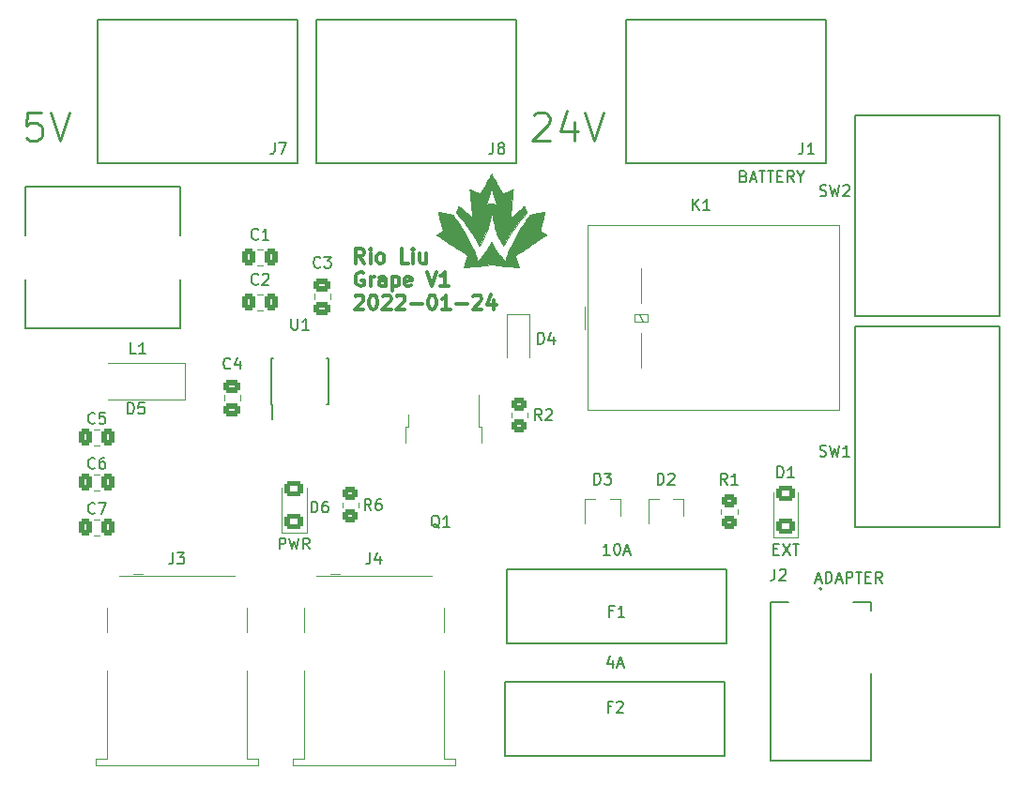
<source format=gto>
%TF.GenerationSoftware,KiCad,Pcbnew,6.0.1+dfsg-1*%
%TF.CreationDate,2022-01-27T04:31:11+00:00*%
%TF.ProjectId,powerbox,706f7765-7262-46f7-982e-6b696361645f,rev?*%
%TF.SameCoordinates,Original*%
%TF.FileFunction,Legend,Top*%
%TF.FilePolarity,Positive*%
%FSLAX46Y46*%
G04 Gerber Fmt 4.6, Leading zero omitted, Abs format (unit mm)*
G04 Created by KiCad (PCBNEW 6.0.1+dfsg-1) date 2022-01-27 04:31:11*
%MOMM*%
%LPD*%
G01*
G04 APERTURE LIST*
G04 Aperture macros list*
%AMRoundRect*
0 Rectangle with rounded corners*
0 $1 Rounding radius*
0 $2 $3 $4 $5 $6 $7 $8 $9 X,Y pos of 4 corners*
0 Add a 4 corners polygon primitive as box body*
4,1,4,$2,$3,$4,$5,$6,$7,$8,$9,$2,$3,0*
0 Add four circle primitives for the rounded corners*
1,1,$1+$1,$2,$3*
1,1,$1+$1,$4,$5*
1,1,$1+$1,$6,$7*
1,1,$1+$1,$8,$9*
0 Add four rect primitives between the rounded corners*
20,1,$1+$1,$2,$3,$4,$5,0*
20,1,$1+$1,$4,$5,$6,$7,0*
20,1,$1+$1,$6,$7,$8,$9,0*
20,1,$1+$1,$8,$9,$2,$3,0*%
G04 Aperture macros list end*
%ADD10C,0.300000*%
%ADD11C,0.150000*%
%ADD12C,0.254000*%
%ADD13C,0.120000*%
%ADD14C,0.127000*%
%ADD15C,0.200000*%
%ADD16C,0.010000*%
%ADD17RoundRect,0.250000X0.337500X0.475000X-0.337500X0.475000X-0.337500X-0.475000X0.337500X-0.475000X0*%
%ADD18R,0.800000X0.900000*%
%ADD19R,1.200000X0.900000*%
%ADD20O,5.200000X2.600000*%
%ADD21O,2.600000X5.200000*%
%ADD22C,3.000000*%
%ADD23R,5.000000X3.100000*%
%ADD24RoundRect,0.250000X0.450000X-0.350000X0.450000X0.350000X-0.450000X0.350000X-0.450000X-0.350000X0*%
%ADD25R,1.500000X1.500000*%
%ADD26C,1.500000*%
%ADD27RoundRect,0.250000X-0.450000X0.350000X-0.450000X-0.350000X0.450000X-0.350000X0.450000X0.350000X0*%
%ADD28RoundRect,0.250001X0.624999X-0.462499X0.624999X0.462499X-0.624999X0.462499X-0.624999X-0.462499X0*%
%ADD29R,2.500000X2.500000*%
%ADD30O,2.500000X2.500000*%
%ADD31C,6.400000*%
%ADD32R,1.200000X2.200000*%
%ADD33R,5.800000X6.400000*%
%ADD34C,2.500000*%
%ADD35RoundRect,0.250000X-0.337500X-0.475000X0.337500X-0.475000X0.337500X0.475000X-0.337500X0.475000X0*%
%ADD36RoundRect,0.250000X0.475000X-0.337500X0.475000X0.337500X-0.475000X0.337500X-0.475000X-0.337500X0*%
%ADD37R,0.600000X1.550000*%
%ADD38R,3.100000X2.600000*%
%ADD39R,3.500000X1.800000*%
G04 APERTURE END LIST*
D10*
X142979380Y-113811095D02*
X142546047Y-113192047D01*
X142236523Y-113811095D02*
X142236523Y-112511095D01*
X142731761Y-112511095D01*
X142855571Y-112573000D01*
X142917476Y-112634904D01*
X142979380Y-112758714D01*
X142979380Y-112944428D01*
X142917476Y-113068238D01*
X142855571Y-113130142D01*
X142731761Y-113192047D01*
X142236523Y-113192047D01*
X143536523Y-113811095D02*
X143536523Y-112944428D01*
X143536523Y-112511095D02*
X143474619Y-112573000D01*
X143536523Y-112634904D01*
X143598428Y-112573000D01*
X143536523Y-112511095D01*
X143536523Y-112634904D01*
X144341285Y-113811095D02*
X144217476Y-113749190D01*
X144155571Y-113687285D01*
X144093666Y-113563476D01*
X144093666Y-113192047D01*
X144155571Y-113068238D01*
X144217476Y-113006333D01*
X144341285Y-112944428D01*
X144527000Y-112944428D01*
X144650809Y-113006333D01*
X144712714Y-113068238D01*
X144774619Y-113192047D01*
X144774619Y-113563476D01*
X144712714Y-113687285D01*
X144650809Y-113749190D01*
X144527000Y-113811095D01*
X144341285Y-113811095D01*
X146941285Y-113811095D02*
X146322238Y-113811095D01*
X146322238Y-112511095D01*
X147374619Y-113811095D02*
X147374619Y-112944428D01*
X147374619Y-112511095D02*
X147312714Y-112573000D01*
X147374619Y-112634904D01*
X147436523Y-112573000D01*
X147374619Y-112511095D01*
X147374619Y-112634904D01*
X148550809Y-112944428D02*
X148550809Y-113811095D01*
X147993666Y-112944428D02*
X147993666Y-113625380D01*
X148055571Y-113749190D01*
X148179380Y-113811095D01*
X148365095Y-113811095D01*
X148488904Y-113749190D01*
X148550809Y-113687285D01*
X142917476Y-114666000D02*
X142793666Y-114604095D01*
X142607952Y-114604095D01*
X142422238Y-114666000D01*
X142298428Y-114789809D01*
X142236523Y-114913619D01*
X142174619Y-115161238D01*
X142174619Y-115346952D01*
X142236523Y-115594571D01*
X142298428Y-115718380D01*
X142422238Y-115842190D01*
X142607952Y-115904095D01*
X142731761Y-115904095D01*
X142917476Y-115842190D01*
X142979380Y-115780285D01*
X142979380Y-115346952D01*
X142731761Y-115346952D01*
X143536523Y-115904095D02*
X143536523Y-115037428D01*
X143536523Y-115285047D02*
X143598428Y-115161238D01*
X143660333Y-115099333D01*
X143784142Y-115037428D01*
X143907952Y-115037428D01*
X144898428Y-115904095D02*
X144898428Y-115223142D01*
X144836523Y-115099333D01*
X144712714Y-115037428D01*
X144465095Y-115037428D01*
X144341285Y-115099333D01*
X144898428Y-115842190D02*
X144774619Y-115904095D01*
X144465095Y-115904095D01*
X144341285Y-115842190D01*
X144279380Y-115718380D01*
X144279380Y-115594571D01*
X144341285Y-115470761D01*
X144465095Y-115408857D01*
X144774619Y-115408857D01*
X144898428Y-115346952D01*
X145517476Y-115037428D02*
X145517476Y-116337428D01*
X145517476Y-115099333D02*
X145641285Y-115037428D01*
X145888904Y-115037428D01*
X146012714Y-115099333D01*
X146074619Y-115161238D01*
X146136523Y-115285047D01*
X146136523Y-115656476D01*
X146074619Y-115780285D01*
X146012714Y-115842190D01*
X145888904Y-115904095D01*
X145641285Y-115904095D01*
X145517476Y-115842190D01*
X147188904Y-115842190D02*
X147065095Y-115904095D01*
X146817476Y-115904095D01*
X146693666Y-115842190D01*
X146631761Y-115718380D01*
X146631761Y-115223142D01*
X146693666Y-115099333D01*
X146817476Y-115037428D01*
X147065095Y-115037428D01*
X147188904Y-115099333D01*
X147250809Y-115223142D01*
X147250809Y-115346952D01*
X146631761Y-115470761D01*
X148612714Y-114604095D02*
X149046047Y-115904095D01*
X149479380Y-114604095D01*
X150593666Y-115904095D02*
X149850809Y-115904095D01*
X150222238Y-115904095D02*
X150222238Y-114604095D01*
X150098428Y-114789809D01*
X149974619Y-114913619D01*
X149850809Y-114975523D01*
X142174619Y-116820904D02*
X142236523Y-116759000D01*
X142360333Y-116697095D01*
X142669857Y-116697095D01*
X142793666Y-116759000D01*
X142855571Y-116820904D01*
X142917476Y-116944714D01*
X142917476Y-117068523D01*
X142855571Y-117254238D01*
X142112714Y-117997095D01*
X142917476Y-117997095D01*
X143722238Y-116697095D02*
X143846047Y-116697095D01*
X143969857Y-116759000D01*
X144031761Y-116820904D01*
X144093666Y-116944714D01*
X144155571Y-117192333D01*
X144155571Y-117501857D01*
X144093666Y-117749476D01*
X144031761Y-117873285D01*
X143969857Y-117935190D01*
X143846047Y-117997095D01*
X143722238Y-117997095D01*
X143598428Y-117935190D01*
X143536523Y-117873285D01*
X143474619Y-117749476D01*
X143412714Y-117501857D01*
X143412714Y-117192333D01*
X143474619Y-116944714D01*
X143536523Y-116820904D01*
X143598428Y-116759000D01*
X143722238Y-116697095D01*
X144650809Y-116820904D02*
X144712714Y-116759000D01*
X144836523Y-116697095D01*
X145146047Y-116697095D01*
X145269857Y-116759000D01*
X145331761Y-116820904D01*
X145393666Y-116944714D01*
X145393666Y-117068523D01*
X145331761Y-117254238D01*
X144588904Y-117997095D01*
X145393666Y-117997095D01*
X145888904Y-116820904D02*
X145950809Y-116759000D01*
X146074619Y-116697095D01*
X146384142Y-116697095D01*
X146507952Y-116759000D01*
X146569857Y-116820904D01*
X146631761Y-116944714D01*
X146631761Y-117068523D01*
X146569857Y-117254238D01*
X145827000Y-117997095D01*
X146631761Y-117997095D01*
X147188904Y-117501857D02*
X148179380Y-117501857D01*
X149046047Y-116697095D02*
X149169857Y-116697095D01*
X149293666Y-116759000D01*
X149355571Y-116820904D01*
X149417476Y-116944714D01*
X149479380Y-117192333D01*
X149479380Y-117501857D01*
X149417476Y-117749476D01*
X149355571Y-117873285D01*
X149293666Y-117935190D01*
X149169857Y-117997095D01*
X149046047Y-117997095D01*
X148922238Y-117935190D01*
X148860333Y-117873285D01*
X148798428Y-117749476D01*
X148736523Y-117501857D01*
X148736523Y-117192333D01*
X148798428Y-116944714D01*
X148860333Y-116820904D01*
X148922238Y-116759000D01*
X149046047Y-116697095D01*
X150717476Y-117997095D02*
X149974619Y-117997095D01*
X150346047Y-117997095D02*
X150346047Y-116697095D01*
X150222238Y-116882809D01*
X150098428Y-117006619D01*
X149974619Y-117068523D01*
X151274619Y-117501857D02*
X152265095Y-117501857D01*
X152822238Y-116820904D02*
X152884142Y-116759000D01*
X153007952Y-116697095D01*
X153317476Y-116697095D01*
X153441285Y-116759000D01*
X153503190Y-116820904D01*
X153565095Y-116944714D01*
X153565095Y-117068523D01*
X153503190Y-117254238D01*
X152760333Y-117997095D01*
X153565095Y-117997095D01*
X154679380Y-117130428D02*
X154679380Y-117997095D01*
X154369857Y-116635190D02*
X154060333Y-117563761D01*
X154865095Y-117563761D01*
D11*
%TO.C,C2*%
X133415833Y-115673142D02*
X133368214Y-115720761D01*
X133225357Y-115768380D01*
X133130119Y-115768380D01*
X132987261Y-115720761D01*
X132892023Y-115625523D01*
X132844404Y-115530285D01*
X132796785Y-115339809D01*
X132796785Y-115196952D01*
X132844404Y-115006476D01*
X132892023Y-114911238D01*
X132987261Y-114816000D01*
X133130119Y-114768380D01*
X133225357Y-114768380D01*
X133368214Y-114816000D01*
X133415833Y-114863619D01*
X133796785Y-114863619D02*
X133844404Y-114816000D01*
X133939642Y-114768380D01*
X134177738Y-114768380D01*
X134272976Y-114816000D01*
X134320595Y-114863619D01*
X134368214Y-114958857D01*
X134368214Y-115054095D01*
X134320595Y-115196952D01*
X133749166Y-115768380D01*
X134368214Y-115768380D01*
%TO.C,D2*%
X169441904Y-133802380D02*
X169441904Y-132802380D01*
X169680000Y-132802380D01*
X169822857Y-132850000D01*
X169918095Y-132945238D01*
X169965714Y-133040476D01*
X170013333Y-133230952D01*
X170013333Y-133373809D01*
X169965714Y-133564285D01*
X169918095Y-133659523D01*
X169822857Y-133754761D01*
X169680000Y-133802380D01*
X169441904Y-133802380D01*
X170394285Y-132897619D02*
X170441904Y-132850000D01*
X170537142Y-132802380D01*
X170775238Y-132802380D01*
X170870476Y-132850000D01*
X170918095Y-132897619D01*
X170965714Y-132992857D01*
X170965714Y-133088095D01*
X170918095Y-133230952D01*
X170346666Y-133802380D01*
X170965714Y-133802380D01*
%TO.C,D3*%
X163726904Y-133802380D02*
X163726904Y-132802380D01*
X163965000Y-132802380D01*
X164107857Y-132850000D01*
X164203095Y-132945238D01*
X164250714Y-133040476D01*
X164298333Y-133230952D01*
X164298333Y-133373809D01*
X164250714Y-133564285D01*
X164203095Y-133659523D01*
X164107857Y-133754761D01*
X163965000Y-133802380D01*
X163726904Y-133802380D01*
X164631666Y-132802380D02*
X165250714Y-132802380D01*
X164917380Y-133183333D01*
X165060238Y-133183333D01*
X165155476Y-133230952D01*
X165203095Y-133278571D01*
X165250714Y-133373809D01*
X165250714Y-133611904D01*
X165203095Y-133707142D01*
X165155476Y-133754761D01*
X165060238Y-133802380D01*
X164774523Y-133802380D01*
X164679285Y-133754761D01*
X164631666Y-133707142D01*
%TO.C,D4*%
X158646904Y-121102380D02*
X158646904Y-120102380D01*
X158885000Y-120102380D01*
X159027857Y-120150000D01*
X159123095Y-120245238D01*
X159170714Y-120340476D01*
X159218333Y-120530952D01*
X159218333Y-120673809D01*
X159170714Y-120864285D01*
X159123095Y-120959523D01*
X159027857Y-121054761D01*
X158885000Y-121102380D01*
X158646904Y-121102380D01*
X160075476Y-120435714D02*
X160075476Y-121102380D01*
X159837380Y-120054761D02*
X159599285Y-120769047D01*
X160218333Y-120769047D01*
%TO.C,J2*%
X180006666Y-141438380D02*
X180006666Y-142152666D01*
X179959047Y-142295523D01*
X179863809Y-142390761D01*
X179720952Y-142438380D01*
X179625714Y-142438380D01*
X180435238Y-141533619D02*
X180482857Y-141486000D01*
X180578095Y-141438380D01*
X180816190Y-141438380D01*
X180911428Y-141486000D01*
X180959047Y-141533619D01*
X181006666Y-141628857D01*
X181006666Y-141724095D01*
X180959047Y-141866952D01*
X180387619Y-142438380D01*
X181006666Y-142438380D01*
X183690000Y-142406666D02*
X184166190Y-142406666D01*
X183594761Y-142692380D02*
X183928095Y-141692380D01*
X184261428Y-142692380D01*
X184594761Y-142692380D02*
X184594761Y-141692380D01*
X184832857Y-141692380D01*
X184975714Y-141740000D01*
X185070952Y-141835238D01*
X185118571Y-141930476D01*
X185166190Y-142120952D01*
X185166190Y-142263809D01*
X185118571Y-142454285D01*
X185070952Y-142549523D01*
X184975714Y-142644761D01*
X184832857Y-142692380D01*
X184594761Y-142692380D01*
X185547142Y-142406666D02*
X186023333Y-142406666D01*
X185451904Y-142692380D02*
X185785238Y-141692380D01*
X186118571Y-142692380D01*
X186451904Y-142692380D02*
X186451904Y-141692380D01*
X186832857Y-141692380D01*
X186928095Y-141740000D01*
X186975714Y-141787619D01*
X187023333Y-141882857D01*
X187023333Y-142025714D01*
X186975714Y-142120952D01*
X186928095Y-142168571D01*
X186832857Y-142216190D01*
X186451904Y-142216190D01*
X187309047Y-141692380D02*
X187880476Y-141692380D01*
X187594761Y-142692380D02*
X187594761Y-141692380D01*
X188213809Y-142168571D02*
X188547142Y-142168571D01*
X188690000Y-142692380D02*
X188213809Y-142692380D01*
X188213809Y-141692380D01*
X188690000Y-141692380D01*
X189690000Y-142692380D02*
X189356666Y-142216190D01*
X189118571Y-142692380D02*
X189118571Y-141692380D01*
X189499523Y-141692380D01*
X189594761Y-141740000D01*
X189642380Y-141787619D01*
X189690000Y-141882857D01*
X189690000Y-142025714D01*
X189642380Y-142120952D01*
X189594761Y-142168571D01*
X189499523Y-142216190D01*
X189118571Y-142216190D01*
%TO.C,J8*%
X154606666Y-102957380D02*
X154606666Y-103671666D01*
X154559047Y-103814523D01*
X154463809Y-103909761D01*
X154320952Y-103957380D01*
X154225714Y-103957380D01*
X155225714Y-103385952D02*
X155130476Y-103338333D01*
X155082857Y-103290714D01*
X155035238Y-103195476D01*
X155035238Y-103147857D01*
X155082857Y-103052619D01*
X155130476Y-103005000D01*
X155225714Y-102957380D01*
X155416190Y-102957380D01*
X155511428Y-103005000D01*
X155559047Y-103052619D01*
X155606666Y-103147857D01*
X155606666Y-103195476D01*
X155559047Y-103290714D01*
X155511428Y-103338333D01*
X155416190Y-103385952D01*
X155225714Y-103385952D01*
X155130476Y-103433571D01*
X155082857Y-103481190D01*
X155035238Y-103576428D01*
X155035238Y-103766904D01*
X155082857Y-103862142D01*
X155130476Y-103909761D01*
X155225714Y-103957380D01*
X155416190Y-103957380D01*
X155511428Y-103909761D01*
X155559047Y-103862142D01*
X155606666Y-103766904D01*
X155606666Y-103576428D01*
X155559047Y-103481190D01*
X155511428Y-103433571D01*
X155416190Y-103385952D01*
D12*
X158266190Y-100450952D02*
X158387142Y-100330000D01*
X158629047Y-100209047D01*
X159233809Y-100209047D01*
X159475714Y-100330000D01*
X159596666Y-100450952D01*
X159717619Y-100692857D01*
X159717619Y-100934761D01*
X159596666Y-101297619D01*
X158145238Y-102749047D01*
X159717619Y-102749047D01*
X161894761Y-101055714D02*
X161894761Y-102749047D01*
X161290000Y-100088095D02*
X160685238Y-101902380D01*
X162257619Y-101902380D01*
X162862380Y-100209047D02*
X163709047Y-102749047D01*
X164555714Y-100209047D01*
D11*
%TO.C,L1*%
X122391172Y-121999569D02*
X121914535Y-121999569D01*
X121914535Y-120998632D01*
X123249118Y-121999569D02*
X122677154Y-121999569D01*
X122963136Y-121999569D02*
X122963136Y-120998632D01*
X122867808Y-121141623D01*
X122772481Y-121236951D01*
X122677154Y-121284614D01*
%TO.C,R6*%
X143597333Y-136104380D02*
X143264000Y-135628190D01*
X143025904Y-136104380D02*
X143025904Y-135104380D01*
X143406857Y-135104380D01*
X143502095Y-135152000D01*
X143549714Y-135199619D01*
X143597333Y-135294857D01*
X143597333Y-135437714D01*
X143549714Y-135532952D01*
X143502095Y-135580571D01*
X143406857Y-135628190D01*
X143025904Y-135628190D01*
X144454476Y-135104380D02*
X144264000Y-135104380D01*
X144168761Y-135152000D01*
X144121142Y-135199619D01*
X144025904Y-135342476D01*
X143978285Y-135532952D01*
X143978285Y-135913904D01*
X144025904Y-136009142D01*
X144073523Y-136056761D01*
X144168761Y-136104380D01*
X144359238Y-136104380D01*
X144454476Y-136056761D01*
X144502095Y-136009142D01*
X144549714Y-135913904D01*
X144549714Y-135675809D01*
X144502095Y-135580571D01*
X144454476Y-135532952D01*
X144359238Y-135485333D01*
X144168761Y-135485333D01*
X144073523Y-135532952D01*
X144025904Y-135580571D01*
X143978285Y-135675809D01*
%TO.C,SW2*%
X184086666Y-107719761D02*
X184229523Y-107767380D01*
X184467619Y-107767380D01*
X184562857Y-107719761D01*
X184610476Y-107672142D01*
X184658095Y-107576904D01*
X184658095Y-107481666D01*
X184610476Y-107386428D01*
X184562857Y-107338809D01*
X184467619Y-107291190D01*
X184277142Y-107243571D01*
X184181904Y-107195952D01*
X184134285Y-107148333D01*
X184086666Y-107053095D01*
X184086666Y-106957857D01*
X184134285Y-106862619D01*
X184181904Y-106815000D01*
X184277142Y-106767380D01*
X184515238Y-106767380D01*
X184658095Y-106815000D01*
X184991428Y-106767380D02*
X185229523Y-107767380D01*
X185420000Y-107053095D01*
X185610476Y-107767380D01*
X185848571Y-106767380D01*
X186181904Y-106862619D02*
X186229523Y-106815000D01*
X186324761Y-106767380D01*
X186562857Y-106767380D01*
X186658095Y-106815000D01*
X186705714Y-106862619D01*
X186753333Y-106957857D01*
X186753333Y-107053095D01*
X186705714Y-107195952D01*
X186134285Y-107767380D01*
X186753333Y-107767380D01*
%TO.C,J3*%
X125721666Y-139962380D02*
X125721666Y-140676666D01*
X125674047Y-140819523D01*
X125578809Y-140914761D01*
X125435952Y-140962380D01*
X125340714Y-140962380D01*
X126102619Y-139962380D02*
X126721666Y-139962380D01*
X126388333Y-140343333D01*
X126531190Y-140343333D01*
X126626428Y-140390952D01*
X126674047Y-140438571D01*
X126721666Y-140533809D01*
X126721666Y-140771904D01*
X126674047Y-140867142D01*
X126626428Y-140914761D01*
X126531190Y-140962380D01*
X126245476Y-140962380D01*
X126150238Y-140914761D01*
X126102619Y-140867142D01*
%TO.C,R1*%
X175728333Y-133802380D02*
X175395000Y-133326190D01*
X175156904Y-133802380D02*
X175156904Y-132802380D01*
X175537857Y-132802380D01*
X175633095Y-132850000D01*
X175680714Y-132897619D01*
X175728333Y-132992857D01*
X175728333Y-133135714D01*
X175680714Y-133230952D01*
X175633095Y-133278571D01*
X175537857Y-133326190D01*
X175156904Y-133326190D01*
X176680714Y-133802380D02*
X176109285Y-133802380D01*
X176395000Y-133802380D02*
X176395000Y-132802380D01*
X176299761Y-132945238D01*
X176204523Y-133040476D01*
X176109285Y-133088095D01*
%TO.C,D1*%
X180236904Y-133167380D02*
X180236904Y-132167380D01*
X180475000Y-132167380D01*
X180617857Y-132215000D01*
X180713095Y-132310238D01*
X180760714Y-132405476D01*
X180808333Y-132595952D01*
X180808333Y-132738809D01*
X180760714Y-132929285D01*
X180713095Y-133024523D01*
X180617857Y-133119761D01*
X180475000Y-133167380D01*
X180236904Y-133167380D01*
X181760714Y-133167380D02*
X181189285Y-133167380D01*
X181475000Y-133167380D02*
X181475000Y-132167380D01*
X181379761Y-132310238D01*
X181284523Y-132405476D01*
X181189285Y-132453095D01*
X179903571Y-139628571D02*
X180236904Y-139628571D01*
X180379761Y-140152380D02*
X179903571Y-140152380D01*
X179903571Y-139152380D01*
X180379761Y-139152380D01*
X180713095Y-139152380D02*
X181379761Y-140152380D01*
X181379761Y-139152380D02*
X180713095Y-140152380D01*
X181617857Y-139152380D02*
X182189285Y-139152380D01*
X181903571Y-140152380D02*
X181903571Y-139152380D01*
%TO.C,K1*%
X172616904Y-109037380D02*
X172616904Y-108037380D01*
X173188333Y-109037380D02*
X172759761Y-108465952D01*
X173188333Y-108037380D02*
X172616904Y-108608809D01*
X174140714Y-109037380D02*
X173569285Y-109037380D01*
X173855000Y-109037380D02*
X173855000Y-108037380D01*
X173759761Y-108180238D01*
X173664523Y-108275476D01*
X173569285Y-108323095D01*
%TO.C,SW1*%
X184086666Y-131214761D02*
X184229523Y-131262380D01*
X184467619Y-131262380D01*
X184562857Y-131214761D01*
X184610476Y-131167142D01*
X184658095Y-131071904D01*
X184658095Y-130976666D01*
X184610476Y-130881428D01*
X184562857Y-130833809D01*
X184467619Y-130786190D01*
X184277142Y-130738571D01*
X184181904Y-130690952D01*
X184134285Y-130643333D01*
X184086666Y-130548095D01*
X184086666Y-130452857D01*
X184134285Y-130357619D01*
X184181904Y-130310000D01*
X184277142Y-130262380D01*
X184515238Y-130262380D01*
X184658095Y-130310000D01*
X184991428Y-130262380D02*
X185229523Y-131262380D01*
X185420000Y-130548095D01*
X185610476Y-131262380D01*
X185848571Y-130262380D01*
X186753333Y-131262380D02*
X186181904Y-131262380D01*
X186467619Y-131262380D02*
X186467619Y-130262380D01*
X186372380Y-130405238D01*
X186277142Y-130500476D01*
X186181904Y-130548095D01*
%TO.C,D6*%
X138199904Y-136326380D02*
X138199904Y-135326380D01*
X138438000Y-135326380D01*
X138580857Y-135374000D01*
X138676095Y-135469238D01*
X138723714Y-135564476D01*
X138771333Y-135754952D01*
X138771333Y-135897809D01*
X138723714Y-136088285D01*
X138676095Y-136183523D01*
X138580857Y-136278761D01*
X138438000Y-136326380D01*
X138199904Y-136326380D01*
X139628476Y-135326380D02*
X139438000Y-135326380D01*
X139342761Y-135374000D01*
X139295142Y-135421619D01*
X139199904Y-135564476D01*
X139152285Y-135754952D01*
X139152285Y-136135904D01*
X139199904Y-136231142D01*
X139247523Y-136278761D01*
X139342761Y-136326380D01*
X139533238Y-136326380D01*
X139628476Y-136278761D01*
X139676095Y-136231142D01*
X139723714Y-136135904D01*
X139723714Y-135897809D01*
X139676095Y-135802571D01*
X139628476Y-135754952D01*
X139533238Y-135707333D01*
X139342761Y-135707333D01*
X139247523Y-135754952D01*
X139199904Y-135802571D01*
X139152285Y-135897809D01*
X135318666Y-139628380D02*
X135318666Y-138628380D01*
X135699619Y-138628380D01*
X135794857Y-138676000D01*
X135842476Y-138723619D01*
X135890095Y-138818857D01*
X135890095Y-138961714D01*
X135842476Y-139056952D01*
X135794857Y-139104571D01*
X135699619Y-139152190D01*
X135318666Y-139152190D01*
X136223428Y-138628380D02*
X136461523Y-139628380D01*
X136652000Y-138914095D01*
X136842476Y-139628380D01*
X137080571Y-138628380D01*
X138032952Y-139628380D02*
X137699619Y-139152190D01*
X137461523Y-139628380D02*
X137461523Y-138628380D01*
X137842476Y-138628380D01*
X137937714Y-138676000D01*
X137985333Y-138723619D01*
X138032952Y-138818857D01*
X138032952Y-138961714D01*
X137985333Y-139056952D01*
X137937714Y-139104571D01*
X137842476Y-139152190D01*
X137461523Y-139152190D01*
%TO.C,J4*%
X143501666Y-139962380D02*
X143501666Y-140676666D01*
X143454047Y-140819523D01*
X143358809Y-140914761D01*
X143215952Y-140962380D01*
X143120714Y-140962380D01*
X144406428Y-140295714D02*
X144406428Y-140962380D01*
X144168333Y-139914761D02*
X143930238Y-140629047D01*
X144549285Y-140629047D01*
%TO.C,Q1*%
X149764761Y-137707619D02*
X149669523Y-137660000D01*
X149574285Y-137564761D01*
X149431428Y-137421904D01*
X149336190Y-137374285D01*
X149240952Y-137374285D01*
X149288571Y-137612380D02*
X149193333Y-137564761D01*
X149098095Y-137469523D01*
X149050476Y-137279047D01*
X149050476Y-136945714D01*
X149098095Y-136755238D01*
X149193333Y-136660000D01*
X149288571Y-136612380D01*
X149479047Y-136612380D01*
X149574285Y-136660000D01*
X149669523Y-136755238D01*
X149717142Y-136945714D01*
X149717142Y-137279047D01*
X149669523Y-137469523D01*
X149574285Y-137564761D01*
X149479047Y-137612380D01*
X149288571Y-137612380D01*
X150669523Y-137612380D02*
X150098095Y-137612380D01*
X150383809Y-137612380D02*
X150383809Y-136612380D01*
X150288571Y-136755238D01*
X150193333Y-136850476D01*
X150098095Y-136898095D01*
%TO.C,R2*%
X158980333Y-127976380D02*
X158647000Y-127500190D01*
X158408904Y-127976380D02*
X158408904Y-126976380D01*
X158789857Y-126976380D01*
X158885095Y-127024000D01*
X158932714Y-127071619D01*
X158980333Y-127166857D01*
X158980333Y-127309714D01*
X158932714Y-127404952D01*
X158885095Y-127452571D01*
X158789857Y-127500190D01*
X158408904Y-127500190D01*
X159361285Y-127071619D02*
X159408904Y-127024000D01*
X159504142Y-126976380D01*
X159742238Y-126976380D01*
X159837476Y-127024000D01*
X159885095Y-127071619D01*
X159932714Y-127166857D01*
X159932714Y-127262095D01*
X159885095Y-127404952D01*
X159313666Y-127976380D01*
X159932714Y-127976380D01*
%TO.C,J1*%
X182546666Y-102957380D02*
X182546666Y-103671666D01*
X182499047Y-103814523D01*
X182403809Y-103909761D01*
X182260952Y-103957380D01*
X182165714Y-103957380D01*
X183546666Y-103957380D02*
X182975238Y-103957380D01*
X183260952Y-103957380D02*
X183260952Y-102957380D01*
X183165714Y-103100238D01*
X183070476Y-103195476D01*
X182975238Y-103243095D01*
X177205000Y-105973571D02*
X177347857Y-106021190D01*
X177395476Y-106068809D01*
X177443095Y-106164047D01*
X177443095Y-106306904D01*
X177395476Y-106402142D01*
X177347857Y-106449761D01*
X177252619Y-106497380D01*
X176871666Y-106497380D01*
X176871666Y-105497380D01*
X177205000Y-105497380D01*
X177300238Y-105545000D01*
X177347857Y-105592619D01*
X177395476Y-105687857D01*
X177395476Y-105783095D01*
X177347857Y-105878333D01*
X177300238Y-105925952D01*
X177205000Y-105973571D01*
X176871666Y-105973571D01*
X177824047Y-106211666D02*
X178300238Y-106211666D01*
X177728809Y-106497380D02*
X178062142Y-105497380D01*
X178395476Y-106497380D01*
X178585952Y-105497380D02*
X179157380Y-105497380D01*
X178871666Y-106497380D02*
X178871666Y-105497380D01*
X179347857Y-105497380D02*
X179919285Y-105497380D01*
X179633571Y-106497380D02*
X179633571Y-105497380D01*
X180252619Y-105973571D02*
X180585952Y-105973571D01*
X180728809Y-106497380D02*
X180252619Y-106497380D01*
X180252619Y-105497380D01*
X180728809Y-105497380D01*
X181728809Y-106497380D02*
X181395476Y-106021190D01*
X181157380Y-106497380D02*
X181157380Y-105497380D01*
X181538333Y-105497380D01*
X181633571Y-105545000D01*
X181681190Y-105592619D01*
X181728809Y-105687857D01*
X181728809Y-105830714D01*
X181681190Y-105925952D01*
X181633571Y-105973571D01*
X181538333Y-106021190D01*
X181157380Y-106021190D01*
X182347857Y-106021190D02*
X182347857Y-106497380D01*
X182014523Y-105497380D02*
X182347857Y-106021190D01*
X182681190Y-105497380D01*
%TO.C,J7*%
X134921666Y-102957380D02*
X134921666Y-103671666D01*
X134874047Y-103814523D01*
X134778809Y-103909761D01*
X134635952Y-103957380D01*
X134540714Y-103957380D01*
X135302619Y-102957380D02*
X135969285Y-102957380D01*
X135540714Y-103957380D01*
D12*
X113816190Y-100209047D02*
X112606666Y-100209047D01*
X112485714Y-101418571D01*
X112606666Y-101297619D01*
X112848571Y-101176666D01*
X113453333Y-101176666D01*
X113695238Y-101297619D01*
X113816190Y-101418571D01*
X113937142Y-101660476D01*
X113937142Y-102265238D01*
X113816190Y-102507142D01*
X113695238Y-102628095D01*
X113453333Y-102749047D01*
X112848571Y-102749047D01*
X112606666Y-102628095D01*
X112485714Y-102507142D01*
X114662857Y-100209047D02*
X115509523Y-102749047D01*
X116356190Y-100209047D01*
D11*
%TO.C,F1*%
X165401666Y-145208571D02*
X165068333Y-145208571D01*
X165068333Y-145732380D02*
X165068333Y-144732380D01*
X165544523Y-144732380D01*
X166449285Y-145732380D02*
X165877857Y-145732380D01*
X166163571Y-145732380D02*
X166163571Y-144732380D01*
X166068333Y-144875238D01*
X165973095Y-144970476D01*
X165877857Y-145018095D01*
X165115952Y-140152380D02*
X164544523Y-140152380D01*
X164830238Y-140152380D02*
X164830238Y-139152380D01*
X164735000Y-139295238D01*
X164639761Y-139390476D01*
X164544523Y-139438095D01*
X165735000Y-139152380D02*
X165830238Y-139152380D01*
X165925476Y-139200000D01*
X165973095Y-139247619D01*
X166020714Y-139342857D01*
X166068333Y-139533333D01*
X166068333Y-139771428D01*
X166020714Y-139961904D01*
X165973095Y-140057142D01*
X165925476Y-140104761D01*
X165830238Y-140152380D01*
X165735000Y-140152380D01*
X165639761Y-140104761D01*
X165592142Y-140057142D01*
X165544523Y-139961904D01*
X165496904Y-139771428D01*
X165496904Y-139533333D01*
X165544523Y-139342857D01*
X165592142Y-139247619D01*
X165639761Y-139200000D01*
X165735000Y-139152380D01*
X166449285Y-139866666D02*
X166925476Y-139866666D01*
X166354047Y-140152380D02*
X166687380Y-139152380D01*
X167020714Y-140152380D01*
%TO.C,F2*%
X165274666Y-153852571D02*
X164941333Y-153852571D01*
X164941333Y-154376380D02*
X164941333Y-153376380D01*
X165417523Y-153376380D01*
X165750857Y-153471619D02*
X165798476Y-153424000D01*
X165893714Y-153376380D01*
X166131809Y-153376380D01*
X166227047Y-153424000D01*
X166274666Y-153471619D01*
X166322285Y-153566857D01*
X166322285Y-153662095D01*
X166274666Y-153804952D01*
X165703238Y-154376380D01*
X166322285Y-154376380D01*
X165369904Y-149645714D02*
X165369904Y-150312380D01*
X165131809Y-149264761D02*
X164893714Y-149979047D01*
X165512761Y-149979047D01*
X165846095Y-150026666D02*
X166322285Y-150026666D01*
X165750857Y-150312380D02*
X166084190Y-149312380D01*
X166417523Y-150312380D01*
%TO.C,C6*%
X118683833Y-132281142D02*
X118636214Y-132328761D01*
X118493357Y-132376380D01*
X118398119Y-132376380D01*
X118255261Y-132328761D01*
X118160023Y-132233523D01*
X118112404Y-132138285D01*
X118064785Y-131947809D01*
X118064785Y-131804952D01*
X118112404Y-131614476D01*
X118160023Y-131519238D01*
X118255261Y-131424000D01*
X118398119Y-131376380D01*
X118493357Y-131376380D01*
X118636214Y-131424000D01*
X118683833Y-131471619D01*
X119540976Y-131376380D02*
X119350500Y-131376380D01*
X119255261Y-131424000D01*
X119207642Y-131471619D01*
X119112404Y-131614476D01*
X119064785Y-131804952D01*
X119064785Y-132185904D01*
X119112404Y-132281142D01*
X119160023Y-132328761D01*
X119255261Y-132376380D01*
X119445738Y-132376380D01*
X119540976Y-132328761D01*
X119588595Y-132281142D01*
X119636214Y-132185904D01*
X119636214Y-131947809D01*
X119588595Y-131852571D01*
X119540976Y-131804952D01*
X119445738Y-131757333D01*
X119255261Y-131757333D01*
X119160023Y-131804952D01*
X119112404Y-131852571D01*
X119064785Y-131947809D01*
%TO.C,C1*%
X133415833Y-111609142D02*
X133368214Y-111656761D01*
X133225357Y-111704380D01*
X133130119Y-111704380D01*
X132987261Y-111656761D01*
X132892023Y-111561523D01*
X132844404Y-111466285D01*
X132796785Y-111275809D01*
X132796785Y-111132952D01*
X132844404Y-110942476D01*
X132892023Y-110847238D01*
X132987261Y-110752000D01*
X133130119Y-110704380D01*
X133225357Y-110704380D01*
X133368214Y-110752000D01*
X133415833Y-110799619D01*
X134368214Y-111704380D02*
X133796785Y-111704380D01*
X134082500Y-111704380D02*
X134082500Y-110704380D01*
X133987261Y-110847238D01*
X133892023Y-110942476D01*
X133796785Y-110990095D01*
%TO.C,C3*%
X139025333Y-114149142D02*
X138977714Y-114196761D01*
X138834857Y-114244380D01*
X138739619Y-114244380D01*
X138596761Y-114196761D01*
X138501523Y-114101523D01*
X138453904Y-114006285D01*
X138406285Y-113815809D01*
X138406285Y-113672952D01*
X138453904Y-113482476D01*
X138501523Y-113387238D01*
X138596761Y-113292000D01*
X138739619Y-113244380D01*
X138834857Y-113244380D01*
X138977714Y-113292000D01*
X139025333Y-113339619D01*
X139358666Y-113244380D02*
X139977714Y-113244380D01*
X139644380Y-113625333D01*
X139787238Y-113625333D01*
X139882476Y-113672952D01*
X139930095Y-113720571D01*
X139977714Y-113815809D01*
X139977714Y-114053904D01*
X139930095Y-114149142D01*
X139882476Y-114196761D01*
X139787238Y-114244380D01*
X139501523Y-114244380D01*
X139406285Y-114196761D01*
X139358666Y-114149142D01*
%TO.C,C5*%
X118683833Y-128217142D02*
X118636214Y-128264761D01*
X118493357Y-128312380D01*
X118398119Y-128312380D01*
X118255261Y-128264761D01*
X118160023Y-128169523D01*
X118112404Y-128074285D01*
X118064785Y-127883809D01*
X118064785Y-127740952D01*
X118112404Y-127550476D01*
X118160023Y-127455238D01*
X118255261Y-127360000D01*
X118398119Y-127312380D01*
X118493357Y-127312380D01*
X118636214Y-127360000D01*
X118683833Y-127407619D01*
X119588595Y-127312380D02*
X119112404Y-127312380D01*
X119064785Y-127788571D01*
X119112404Y-127740952D01*
X119207642Y-127693333D01*
X119445738Y-127693333D01*
X119540976Y-127740952D01*
X119588595Y-127788571D01*
X119636214Y-127883809D01*
X119636214Y-128121904D01*
X119588595Y-128217142D01*
X119540976Y-128264761D01*
X119445738Y-128312380D01*
X119207642Y-128312380D01*
X119112404Y-128264761D01*
X119064785Y-128217142D01*
%TO.C,C7*%
X118683833Y-136345142D02*
X118636214Y-136392761D01*
X118493357Y-136440380D01*
X118398119Y-136440380D01*
X118255261Y-136392761D01*
X118160023Y-136297523D01*
X118112404Y-136202285D01*
X118064785Y-136011809D01*
X118064785Y-135868952D01*
X118112404Y-135678476D01*
X118160023Y-135583238D01*
X118255261Y-135488000D01*
X118398119Y-135440380D01*
X118493357Y-135440380D01*
X118636214Y-135488000D01*
X118683833Y-135535619D01*
X119017166Y-135440380D02*
X119683833Y-135440380D01*
X119255261Y-136440380D01*
%TO.C,U1*%
X136398095Y-118832380D02*
X136398095Y-119641904D01*
X136445714Y-119737142D01*
X136493333Y-119784761D01*
X136588571Y-119832380D01*
X136779047Y-119832380D01*
X136874285Y-119784761D01*
X136921904Y-119737142D01*
X136969523Y-119641904D01*
X136969523Y-118832380D01*
X137969523Y-119832380D02*
X137398095Y-119832380D01*
X137683809Y-119832380D02*
X137683809Y-118832380D01*
X137588571Y-118975238D01*
X137493333Y-119070476D01*
X137398095Y-119118095D01*
%TO.C,D5*%
X121649904Y-127412380D02*
X121649904Y-126412380D01*
X121888000Y-126412380D01*
X122030857Y-126460000D01*
X122126095Y-126555238D01*
X122173714Y-126650476D01*
X122221333Y-126840952D01*
X122221333Y-126983809D01*
X122173714Y-127174285D01*
X122126095Y-127269523D01*
X122030857Y-127364761D01*
X121888000Y-127412380D01*
X121649904Y-127412380D01*
X123126095Y-126412380D02*
X122649904Y-126412380D01*
X122602285Y-126888571D01*
X122649904Y-126840952D01*
X122745142Y-126793333D01*
X122983238Y-126793333D01*
X123078476Y-126840952D01*
X123126095Y-126888571D01*
X123173714Y-126983809D01*
X123173714Y-127221904D01*
X123126095Y-127317142D01*
X123078476Y-127364761D01*
X122983238Y-127412380D01*
X122745142Y-127412380D01*
X122649904Y-127364761D01*
X122602285Y-127317142D01*
%TO.C,C4*%
X130897333Y-123271642D02*
X130849714Y-123319261D01*
X130706857Y-123366880D01*
X130611619Y-123366880D01*
X130468761Y-123319261D01*
X130373523Y-123224023D01*
X130325904Y-123128785D01*
X130278285Y-122938309D01*
X130278285Y-122795452D01*
X130325904Y-122604976D01*
X130373523Y-122509738D01*
X130468761Y-122414500D01*
X130611619Y-122366880D01*
X130706857Y-122366880D01*
X130849714Y-122414500D01*
X130897333Y-122462119D01*
X131754476Y-122700214D02*
X131754476Y-123366880D01*
X131516380Y-122319261D02*
X131278285Y-123033547D01*
X131897333Y-123033547D01*
D13*
%TO.C,C2*%
X133843752Y-116613000D02*
X133321248Y-116613000D01*
X133843752Y-118083000D02*
X133321248Y-118083000D01*
%TO.C,D2*%
X171760000Y-135130000D02*
X171760000Y-136590000D01*
X171760000Y-135130000D02*
X170830000Y-135130000D01*
X168600000Y-135130000D02*
X168600000Y-137290000D01*
X168600000Y-135130000D02*
X169530000Y-135130000D01*
%TO.C,D3*%
X166045000Y-135130000D02*
X166045000Y-136590000D01*
X162885000Y-135130000D02*
X163815000Y-135130000D01*
X166045000Y-135130000D02*
X165115000Y-135130000D01*
X162885000Y-135130000D02*
X162885000Y-137290000D01*
%TO.C,D4*%
X157845000Y-118400000D02*
X155845000Y-118400000D01*
X155845000Y-118400000D02*
X155845000Y-122300000D01*
X157845000Y-118400000D02*
X157845000Y-122300000D01*
D14*
%TO.C,J2*%
X179650000Y-158750000D02*
X179650000Y-144450000D01*
X188650000Y-150850000D02*
X188650000Y-158750000D01*
X187100000Y-144450000D02*
X188650000Y-144450000D01*
X179650000Y-144450000D02*
X181200000Y-144450000D01*
X188650000Y-144450000D02*
X188650000Y-145150000D01*
X188650000Y-158750000D02*
X179650000Y-158750000D01*
D15*
X184250000Y-143200000D02*
G75*
G03*
X184250000Y-143200000I-100000J0D01*
G01*
D11*
%TO.C,J8*%
X156660000Y-104835000D02*
X138610000Y-104835000D01*
X138610000Y-91835000D02*
X138610000Y-104835000D01*
X156660000Y-91835000D02*
X156660000Y-104835000D01*
X138610000Y-91835000D02*
X156660000Y-91835000D01*
D14*
%TO.C,L1*%
X126380000Y-111284000D02*
X126380000Y-106884000D01*
X126380000Y-119684000D02*
X126380000Y-115284000D01*
X112380000Y-119684000D02*
X126380000Y-119684000D01*
X126380000Y-106884000D02*
X112380000Y-106884000D01*
X112380000Y-115284000D02*
X112380000Y-119684000D01*
X112380000Y-106884000D02*
X112380000Y-111284000D01*
D13*
%TO.C,R6*%
X140997000Y-135863064D02*
X140997000Y-135408936D01*
X142467000Y-135863064D02*
X142467000Y-135408936D01*
D11*
%TO.C,SW2*%
X200265000Y-100510000D02*
X187265000Y-100510000D01*
X187265000Y-118560000D02*
X187265000Y-100510000D01*
X200265000Y-100510000D02*
X200265000Y-118560000D01*
X200265000Y-118560000D02*
X187265000Y-118560000D01*
D13*
%TO.C,J3*%
X118745000Y-159180000D02*
X118745000Y-158560000D01*
X133365000Y-159180000D02*
X118745000Y-159180000D01*
X132365000Y-150590000D02*
X132365000Y-158560000D01*
X118745000Y-158560000D02*
X119745000Y-158560000D01*
X120865000Y-142060000D02*
X131245000Y-142060000D01*
X122955000Y-141910000D02*
X122155000Y-141910000D01*
X119745000Y-147090000D02*
X119745000Y-144910000D01*
X119745000Y-158560000D02*
X119745000Y-150590000D01*
X132365000Y-147090000D02*
X132365000Y-144910000D01*
X133365000Y-158560000D02*
X133365000Y-159180000D01*
X132365000Y-158560000D02*
X133365000Y-158560000D01*
%TO.C,R1*%
X176630000Y-136027936D02*
X176630000Y-136482064D01*
X175160000Y-136027936D02*
X175160000Y-136482064D01*
%TO.C,D1*%
X182110000Y-138567500D02*
X182110000Y-134507500D01*
X179840000Y-134507500D02*
X179840000Y-138567500D01*
X179840000Y-138567500D02*
X182110000Y-138567500D01*
%TO.C,K1*%
X168535000Y-119095000D02*
X168535000Y-118395000D01*
X167935000Y-123245000D02*
X167935000Y-120095000D01*
X185785000Y-127095000D02*
X185785000Y-110395000D01*
X167335000Y-118395000D02*
X167335000Y-119095000D01*
X185785000Y-110395000D02*
X163085000Y-110395000D01*
X163085000Y-110395000D02*
X163085000Y-127095000D01*
X167335000Y-119095000D02*
X168535000Y-119095000D01*
X168535000Y-118395000D02*
X167335000Y-118395000D01*
X162825000Y-119745000D02*
X162825000Y-117745000D01*
X168135000Y-119095000D02*
X167735000Y-118395000D01*
X163085000Y-127095000D02*
X185785000Y-127095000D01*
X167935000Y-117395000D02*
X167935000Y-114245000D01*
D11*
%TO.C,SW1*%
X200265000Y-119560000D02*
X187265000Y-119560000D01*
X187265000Y-137610000D02*
X187265000Y-119560000D01*
X200265000Y-137610000D02*
X187265000Y-137610000D01*
X200265000Y-119560000D02*
X200265000Y-137610000D01*
D13*
%TO.C,D6*%
X135517000Y-138116500D02*
X137787000Y-138116500D01*
X135517000Y-134056500D02*
X135517000Y-138116500D01*
X137787000Y-138116500D02*
X137787000Y-134056500D01*
%TO.C,J4*%
X151145000Y-159180000D02*
X136525000Y-159180000D01*
X136525000Y-159180000D02*
X136525000Y-158560000D01*
X150145000Y-147090000D02*
X150145000Y-144910000D01*
X136525000Y-158560000D02*
X137525000Y-158560000D01*
X137525000Y-147090000D02*
X137525000Y-144910000D01*
X151145000Y-158560000D02*
X151145000Y-159180000D01*
X137525000Y-158560000D02*
X137525000Y-150590000D01*
X140735000Y-141910000D02*
X139935000Y-141910000D01*
X150145000Y-158560000D02*
X151145000Y-158560000D01*
X150145000Y-150590000D02*
X150145000Y-158560000D01*
X138645000Y-142060000D02*
X149025000Y-142060000D01*
%TO.C,Q1*%
X146665000Y-130050000D02*
X146665000Y-128550000D01*
X146665000Y-128550000D02*
X146935000Y-128550000D01*
X153565000Y-130050000D02*
X153565000Y-128550000D01*
X153565000Y-128550000D02*
X153295000Y-128550000D01*
X146935000Y-128550000D02*
X146935000Y-127450000D01*
X153295000Y-128550000D02*
X153295000Y-125720000D01*
%TO.C,R2*%
X156237000Y-127296936D02*
X156237000Y-127751064D01*
X157707000Y-127296936D02*
X157707000Y-127751064D01*
D11*
%TO.C,J1*%
X166550000Y-91835000D02*
X184600000Y-91835000D01*
X184600000Y-91835000D02*
X184600000Y-104835000D01*
X166550000Y-91835000D02*
X166550000Y-104835000D01*
X184600000Y-104835000D02*
X166550000Y-104835000D01*
%TO.C,J7*%
X136975000Y-104835000D02*
X118925000Y-104835000D01*
X118925000Y-91835000D02*
X136975000Y-91835000D01*
X136975000Y-91835000D02*
X136975000Y-104835000D01*
X118925000Y-91835000D02*
X118925000Y-104835000D01*
%TO.C,F1*%
X175635000Y-148140000D02*
X155835000Y-148140000D01*
X155835000Y-141420000D02*
X175635000Y-141420000D01*
X175635000Y-141420000D02*
X175635000Y-148140000D01*
X155835000Y-148140000D02*
X155835000Y-141420000D01*
%TO.C,F2*%
X155708000Y-158300000D02*
X155708000Y-151580000D01*
X175508000Y-158300000D02*
X155708000Y-158300000D01*
X175508000Y-151580000D02*
X175508000Y-158300000D01*
X155708000Y-151580000D02*
X175508000Y-151580000D01*
D13*
%TO.C,C6*%
X118589248Y-132869000D02*
X119111752Y-132869000D01*
X118589248Y-134339000D02*
X119111752Y-134339000D01*
%TO.C,C1*%
X133843752Y-112549000D02*
X133321248Y-112549000D01*
X133843752Y-114019000D02*
X133321248Y-114019000D01*
%TO.C,C3*%
X139927000Y-117101252D02*
X139927000Y-116578748D01*
X138457000Y-117101252D02*
X138457000Y-116578748D01*
%TO.C,C5*%
X118589248Y-130275000D02*
X119111752Y-130275000D01*
X118589248Y-128805000D02*
X119111752Y-128805000D01*
%TO.C,C7*%
X118589248Y-136933000D02*
X119111752Y-136933000D01*
X118589248Y-138403000D02*
X119111752Y-138403000D01*
D11*
%TO.C,U1*%
X134585000Y-122385000D02*
X134730000Y-122385000D01*
X139735000Y-126535000D02*
X139590000Y-126535000D01*
X134585000Y-126535000D02*
X134635000Y-126535000D01*
X134585000Y-126535000D02*
X134585000Y-122385000D01*
X139735000Y-122385000D02*
X139590000Y-122385000D01*
X134635000Y-126535000D02*
X134635000Y-127935000D01*
X139735000Y-126535000D02*
X139735000Y-122385000D01*
D13*
%TO.C,D5*%
X126788000Y-122810000D02*
X119888000Y-122810000D01*
X126788000Y-126110000D02*
X126788000Y-122810000D01*
X126788000Y-126110000D02*
X119888000Y-126110000D01*
D16*
%TO.C,G\u002A\u002A\u002A*%
X154447828Y-105777810D02*
X154469031Y-105812138D01*
X154469031Y-105812138D02*
X154501466Y-105866988D01*
X154501466Y-105866988D02*
X154544034Y-105940430D01*
X154544034Y-105940430D02*
X154595634Y-106030537D01*
X154595634Y-106030537D02*
X154655166Y-106135380D01*
X154655166Y-106135380D02*
X154721530Y-106253029D01*
X154721530Y-106253029D02*
X154793626Y-106381556D01*
X154793626Y-106381556D02*
X154870352Y-106519033D01*
X154870352Y-106519033D02*
X154936894Y-106638787D01*
X154936894Y-106638787D02*
X155016738Y-106782733D01*
X155016738Y-106782733D02*
X155092795Y-106919789D01*
X155092795Y-106919789D02*
X155163965Y-107047976D01*
X155163965Y-107047976D02*
X155229147Y-107165311D01*
X155229147Y-107165311D02*
X155287238Y-107269816D01*
X155287238Y-107269816D02*
X155337138Y-107359509D01*
X155337138Y-107359509D02*
X155377745Y-107432410D01*
X155377745Y-107432410D02*
X155407959Y-107486539D01*
X155407959Y-107486539D02*
X155426678Y-107519916D01*
X155426678Y-107519916D02*
X155432667Y-107530394D01*
X155432667Y-107530394D02*
X155441114Y-107533201D01*
X155441114Y-107533201D02*
X155460819Y-107529900D01*
X155460819Y-107529900D02*
X155493826Y-107519702D01*
X155493826Y-107519702D02*
X155542180Y-107501817D01*
X155542180Y-107501817D02*
X155607923Y-107475456D01*
X155607923Y-107475456D02*
X155693102Y-107439831D01*
X155693102Y-107439831D02*
X155799760Y-107394152D01*
X155799760Y-107394152D02*
X155913565Y-107344770D01*
X155913565Y-107344770D02*
X156020458Y-107298519D01*
X156020458Y-107298519D02*
X156119265Y-107256396D01*
X156119265Y-107256396D02*
X156207109Y-107219580D01*
X156207109Y-107219580D02*
X156281113Y-107189250D01*
X156281113Y-107189250D02*
X156338398Y-107166585D01*
X156338398Y-107166585D02*
X156376086Y-107152763D01*
X156376086Y-107152763D02*
X156391301Y-107148964D01*
X156391301Y-107148964D02*
X156391399Y-107149034D01*
X156391399Y-107149034D02*
X156391360Y-107163846D01*
X156391360Y-107163846D02*
X156388790Y-107204416D01*
X156388790Y-107204416D02*
X156383859Y-107268798D01*
X156383859Y-107268798D02*
X156376742Y-107355044D01*
X156376742Y-107355044D02*
X156367610Y-107461209D01*
X156367610Y-107461209D02*
X156356635Y-107585346D01*
X156356635Y-107585346D02*
X156343990Y-107725509D01*
X156343990Y-107725509D02*
X156329848Y-107879751D01*
X156329848Y-107879751D02*
X156314380Y-108046127D01*
X156314380Y-108046127D02*
X156297760Y-108222690D01*
X156297760Y-108222690D02*
X156280159Y-108407493D01*
X156280159Y-108407493D02*
X156277212Y-108438226D01*
X156277212Y-108438226D02*
X156259441Y-108624115D01*
X156259441Y-108624115D02*
X156242564Y-108802027D01*
X156242564Y-108802027D02*
X156226758Y-108970020D01*
X156226758Y-108970020D02*
X156212198Y-109126154D01*
X156212198Y-109126154D02*
X156199063Y-109268488D01*
X156199063Y-109268488D02*
X156187528Y-109395082D01*
X156187528Y-109395082D02*
X156177769Y-109503995D01*
X156177769Y-109503995D02*
X156169965Y-109593285D01*
X156169965Y-109593285D02*
X156164291Y-109661013D01*
X156164291Y-109661013D02*
X156160923Y-109705238D01*
X156160923Y-109705238D02*
X156160040Y-109724019D01*
X156160040Y-109724019D02*
X156160145Y-109724538D01*
X156160145Y-109724538D02*
X156171303Y-109716621D01*
X156171303Y-109716621D02*
X156201375Y-109691773D01*
X156201375Y-109691773D02*
X156248513Y-109651605D01*
X156248513Y-109651605D02*
X156310867Y-109597726D01*
X156310867Y-109597726D02*
X156386591Y-109531745D01*
X156386591Y-109531745D02*
X156473835Y-109455272D01*
X156473835Y-109455272D02*
X156570751Y-109369918D01*
X156570751Y-109369918D02*
X156675490Y-109277291D01*
X156675490Y-109277291D02*
X156768122Y-109195079D01*
X156768122Y-109195079D02*
X156878216Y-109097387D01*
X156878216Y-109097387D02*
X156982199Y-109005446D01*
X156982199Y-109005446D02*
X157078200Y-108920890D01*
X157078200Y-108920890D02*
X157164348Y-108845352D01*
X157164348Y-108845352D02*
X157238769Y-108780465D01*
X157238769Y-108780465D02*
X157299594Y-108727861D01*
X157299594Y-108727861D02*
X157344949Y-108689174D01*
X157344949Y-108689174D02*
X157372964Y-108666035D01*
X157372964Y-108666035D02*
X157381706Y-108659809D01*
X157381706Y-108659809D02*
X157385955Y-108662925D01*
X157385955Y-108662925D02*
X157392484Y-108673816D01*
X157392484Y-108673816D02*
X157402198Y-108694795D01*
X157402198Y-108694795D02*
X157416002Y-108728177D01*
X157416002Y-108728177D02*
X157434801Y-108776276D01*
X157434801Y-108776276D02*
X157459501Y-108841404D01*
X157459501Y-108841404D02*
X157491006Y-108925877D01*
X157491006Y-108925877D02*
X157530222Y-109032007D01*
X157530222Y-109032007D02*
X157575506Y-109155166D01*
X157575506Y-109155166D02*
X157616853Y-109267784D01*
X157616853Y-109267784D02*
X157498252Y-109404604D01*
X157498252Y-109404604D02*
X157345232Y-109585611D01*
X157345232Y-109585611D02*
X157184733Y-109783790D01*
X157184733Y-109783790D02*
X157019007Y-109995920D01*
X157019007Y-109995920D02*
X156850306Y-110218782D01*
X156850306Y-110218782D02*
X156680879Y-110449156D01*
X156680879Y-110449156D02*
X156512979Y-110683821D01*
X156512979Y-110683821D02*
X156348857Y-110919558D01*
X156348857Y-110919558D02*
X156190764Y-111153146D01*
X156190764Y-111153146D02*
X156040952Y-111381366D01*
X156040952Y-111381366D02*
X155901672Y-111600997D01*
X155901672Y-111600997D02*
X155775174Y-111808819D01*
X155775174Y-111808819D02*
X155663711Y-112001613D01*
X155663711Y-112001613D02*
X155596384Y-112124873D01*
X155596384Y-112124873D02*
X155520801Y-112267245D01*
X155520801Y-112267245D02*
X155474889Y-112200515D01*
X155474889Y-112200515D02*
X155387367Y-112063790D01*
X155387367Y-112063790D02*
X155296677Y-111904444D01*
X155296677Y-111904444D02*
X155204999Y-111727174D01*
X155204999Y-111727174D02*
X155114514Y-111536674D01*
X155114514Y-111536674D02*
X155027404Y-111337642D01*
X155027404Y-111337642D02*
X154945849Y-111134774D01*
X154945849Y-111134774D02*
X154872031Y-110932765D01*
X154872031Y-110932765D02*
X154835615Y-110824028D01*
X154835615Y-110824028D02*
X154769949Y-110609960D01*
X154769949Y-110609960D02*
X154704222Y-110374794D01*
X154704222Y-110374794D02*
X154640089Y-110125211D01*
X154640089Y-110125211D02*
X154579209Y-109867896D01*
X154579209Y-109867896D02*
X154523237Y-109609531D01*
X154523237Y-109609531D02*
X154479692Y-109388394D01*
X154479692Y-109388394D02*
X154440258Y-109177527D01*
X154440258Y-109177527D02*
X154368607Y-109534531D01*
X154368607Y-109534531D02*
X154289426Y-109906304D01*
X154289426Y-109906304D02*
X154206014Y-110252580D01*
X154206014Y-110252580D02*
X154117620Y-110575476D01*
X154117620Y-110575476D02*
X154023494Y-110877112D01*
X154023494Y-110877112D02*
X153922885Y-111159606D01*
X153922885Y-111159606D02*
X153815043Y-111425077D01*
X153815043Y-111425077D02*
X153699218Y-111675644D01*
X153699218Y-111675644D02*
X153574660Y-111913427D01*
X153574660Y-111913427D02*
X153452537Y-112121377D01*
X153452537Y-112121377D02*
X153419287Y-112174208D01*
X153419287Y-112174208D02*
X153390863Y-112217711D01*
X153390863Y-112217711D02*
X153370714Y-112246711D01*
X153370714Y-112246711D02*
X153362892Y-112255978D01*
X153362892Y-112255978D02*
X153352561Y-112247278D01*
X153352561Y-112247278D02*
X153333331Y-112218679D01*
X153333331Y-112218679D02*
X153308473Y-112175318D01*
X153308473Y-112175318D02*
X153293925Y-112147697D01*
X153293925Y-112147697D02*
X153213030Y-111996968D01*
X153213030Y-111996968D02*
X153115782Y-111828122D01*
X153115782Y-111828122D02*
X153004158Y-111643990D01*
X153004158Y-111643990D02*
X152880132Y-111447403D01*
X152880132Y-111447403D02*
X152745681Y-111241194D01*
X152745681Y-111241194D02*
X152602781Y-111028193D01*
X152602781Y-111028193D02*
X152453408Y-110811232D01*
X152453408Y-110811232D02*
X152299538Y-110593144D01*
X152299538Y-110593144D02*
X152143147Y-110376758D01*
X152143147Y-110376758D02*
X151986211Y-110164908D01*
X151986211Y-110164908D02*
X151830706Y-109960425D01*
X151830706Y-109960425D02*
X151678608Y-109766139D01*
X151678608Y-109766139D02*
X151531893Y-109584884D01*
X151531893Y-109584884D02*
X151392537Y-109419489D01*
X151392537Y-109419489D02*
X151379666Y-109404604D01*
X151379666Y-109404604D02*
X151261065Y-109267784D01*
X151261065Y-109267784D02*
X151302412Y-109155166D01*
X151302412Y-109155166D02*
X151349808Y-109026271D01*
X151349808Y-109026271D02*
X151388631Y-108921236D01*
X151388631Y-108921236D02*
X151419783Y-108837748D01*
X151419783Y-108837748D02*
X151444169Y-108773495D01*
X151444169Y-108773495D02*
X151462693Y-108726164D01*
X151462693Y-108726164D02*
X151476259Y-108693443D01*
X151476259Y-108693443D02*
X151485771Y-108673020D01*
X151485771Y-108673020D02*
X151492133Y-108662582D01*
X151492133Y-108662582D02*
X151496064Y-108659809D01*
X151496064Y-108659809D02*
X151508244Y-108668801D01*
X151508244Y-108668801D02*
X151539327Y-108694689D01*
X151539327Y-108694689D02*
X151587439Y-108735841D01*
X151587439Y-108735841D02*
X151650710Y-108790626D01*
X151650710Y-108790626D02*
X151727267Y-108857411D01*
X151727267Y-108857411D02*
X151815239Y-108934565D01*
X151815239Y-108934565D02*
X151912755Y-109020455D01*
X151912755Y-109020455D02*
X152017942Y-109113451D01*
X152017942Y-109113451D02*
X152109802Y-109194924D01*
X152109802Y-109194924D02*
X152219727Y-109292381D01*
X152219727Y-109292381D02*
X152323373Y-109383924D01*
X152323373Y-109383924D02*
X152418892Y-109467945D01*
X152418892Y-109467945D02*
X152504436Y-109542835D01*
X152504436Y-109542835D02*
X152578156Y-109606983D01*
X152578156Y-109606983D02*
X152638204Y-109658780D01*
X152638204Y-109658780D02*
X152682732Y-109696618D01*
X152682732Y-109696618D02*
X152709890Y-109718887D01*
X152709890Y-109718887D02*
X152717928Y-109724383D01*
X152717928Y-109724383D02*
X152717449Y-109710018D01*
X152717449Y-109710018D02*
X152714459Y-109669887D01*
X152714459Y-109669887D02*
X152709133Y-109605932D01*
X152709133Y-109605932D02*
X152701650Y-109520093D01*
X152701650Y-109520093D02*
X152692186Y-109414309D01*
X152692186Y-109414309D02*
X152680917Y-109290522D01*
X152680917Y-109290522D02*
X152668021Y-109150672D01*
X152668021Y-109150672D02*
X152653675Y-108996699D01*
X152653675Y-108996699D02*
X152638054Y-108830543D01*
X152638054Y-108830543D02*
X152621337Y-108654146D01*
X152621337Y-108654146D02*
X152619177Y-108631517D01*
X152619177Y-108631517D02*
X153933239Y-108631517D01*
X153933239Y-108631517D02*
X153938325Y-108633002D01*
X153938325Y-108633002D02*
X153958776Y-108617940D01*
X153958776Y-108617940D02*
X153990335Y-108589527D01*
X153990335Y-108589527D02*
X153994419Y-108585611D01*
X153994419Y-108585611D02*
X154043655Y-108544626D01*
X154043655Y-108544626D02*
X154104836Y-108502615D01*
X154104836Y-108502615D02*
X154160603Y-108470857D01*
X154160603Y-108470857D02*
X154284824Y-108423687D01*
X154284824Y-108423687D02*
X154410922Y-108403548D01*
X154410922Y-108403548D02*
X154536146Y-108410020D01*
X154536146Y-108410020D02*
X154657743Y-108442685D01*
X154657743Y-108442685D02*
X154772961Y-108501125D01*
X154772961Y-108501125D02*
X154872904Y-108579106D01*
X154872904Y-108579106D02*
X154908523Y-108610838D01*
X154908523Y-108610838D02*
X154933807Y-108630248D01*
X154933807Y-108630248D02*
X154944583Y-108634247D01*
X154944583Y-108634247D02*
X154944361Y-108631973D01*
X154944361Y-108631973D02*
X154938993Y-108615234D01*
X154938993Y-108615234D02*
X154926093Y-108574302D01*
X154926093Y-108574302D02*
X154906407Y-108511562D01*
X154906407Y-108511562D02*
X154880681Y-108429396D01*
X154880681Y-108429396D02*
X154849659Y-108330191D01*
X154849659Y-108330191D02*
X154814088Y-108216328D01*
X154814088Y-108216328D02*
X154774713Y-108090193D01*
X154774713Y-108090193D02*
X154732280Y-107954169D01*
X154732280Y-107954169D02*
X154689759Y-107817781D01*
X154689759Y-107817781D02*
X154645294Y-107675200D01*
X154645294Y-107675200D02*
X154603315Y-107540742D01*
X154603315Y-107540742D02*
X154564546Y-107416722D01*
X154564546Y-107416722D02*
X154529713Y-107305456D01*
X154529713Y-107305456D02*
X154499542Y-107209256D01*
X154499542Y-107209256D02*
X154474760Y-107130438D01*
X154474760Y-107130438D02*
X154456091Y-107071316D01*
X154456091Y-107071316D02*
X154444262Y-107034205D01*
X154444262Y-107034205D02*
X154440008Y-107021424D01*
X154440008Y-107021424D02*
X154435539Y-107033775D01*
X154435539Y-107033775D02*
X154423530Y-107070420D01*
X154423530Y-107070420D02*
X154404703Y-107129072D01*
X154404703Y-107129072D02*
X154379782Y-107207444D01*
X154379782Y-107207444D02*
X154349489Y-107303248D01*
X154349489Y-107303248D02*
X154314548Y-107414199D01*
X154314548Y-107414199D02*
X154275682Y-107538009D01*
X154275682Y-107538009D02*
X154233614Y-107672391D01*
X154233614Y-107672391D02*
X154189166Y-107814739D01*
X154189166Y-107814739D02*
X154144402Y-107958217D01*
X154144402Y-107958217D02*
X154101981Y-108094064D01*
X154101981Y-108094064D02*
X154062647Y-108219901D01*
X154062647Y-108219901D02*
X154027146Y-108333353D01*
X154027146Y-108333353D02*
X153996223Y-108432042D01*
X153996223Y-108432042D02*
X153970622Y-108513590D01*
X153970622Y-108513590D02*
X153951087Y-108575621D01*
X153951087Y-108575621D02*
X153938365Y-108615757D01*
X153938365Y-108615757D02*
X153933239Y-108631517D01*
X153933239Y-108631517D02*
X152619177Y-108631517D01*
X152619177Y-108631517D02*
X152603700Y-108469447D01*
X152603700Y-108469447D02*
X152600706Y-108438226D01*
X152600706Y-108438226D02*
X152582963Y-108252262D01*
X152582963Y-108252262D02*
X152566175Y-108074220D01*
X152566175Y-108074220D02*
X152550514Y-107906045D01*
X152550514Y-107906045D02*
X152536152Y-107749685D01*
X152536152Y-107749685D02*
X152523262Y-107607086D01*
X152523262Y-107607086D02*
X152512016Y-107480195D01*
X152512016Y-107480195D02*
X152502586Y-107370958D01*
X152502586Y-107370958D02*
X152495144Y-107281322D01*
X152495144Y-107281322D02*
X152489862Y-107213233D01*
X152489862Y-107213233D02*
X152486913Y-107168639D01*
X152486913Y-107168639D02*
X152486469Y-107149484D01*
X152486469Y-107149484D02*
X152486646Y-107148907D01*
X152486646Y-107148907D02*
X152500971Y-107152256D01*
X152500971Y-107152256D02*
X152537875Y-107165663D01*
X152537875Y-107165663D02*
X152594472Y-107187948D01*
X152594472Y-107187948D02*
X152667875Y-107217932D01*
X152667875Y-107217932D02*
X152755197Y-107254435D01*
X152755197Y-107254435D02*
X152853550Y-107296277D01*
X152853550Y-107296277D02*
X152960048Y-107342278D01*
X152960048Y-107342278D02*
X152962249Y-107343236D01*
X152962249Y-107343236D02*
X153068771Y-107389540D01*
X153068771Y-107389540D02*
X153167011Y-107432138D01*
X153167011Y-107432138D02*
X153254105Y-107469797D01*
X153254105Y-107469797D02*
X153327192Y-107501284D01*
X153327192Y-107501284D02*
X153383410Y-107525366D01*
X153383410Y-107525366D02*
X153419897Y-107540809D01*
X153419897Y-107540809D02*
X153433790Y-107546382D01*
X153433790Y-107546382D02*
X153433818Y-107546384D01*
X153433818Y-107546384D02*
X153441169Y-107534521D01*
X153441169Y-107534521D02*
X153460919Y-107500206D01*
X153460919Y-107500206D02*
X153492004Y-107445344D01*
X153492004Y-107445344D02*
X153533354Y-107371843D01*
X153533354Y-107371843D02*
X153583904Y-107281612D01*
X153583904Y-107281612D02*
X153642586Y-107176557D01*
X153642586Y-107176557D02*
X153708333Y-107058586D01*
X153708333Y-107058586D02*
X153780079Y-106929607D01*
X153780079Y-106929607D02*
X153856755Y-106791526D01*
X153856755Y-106791526D02*
X153931822Y-106656132D01*
X153931822Y-106656132D02*
X154012297Y-106511212D01*
X154012297Y-106511212D02*
X154089063Y-106373622D01*
X154089063Y-106373622D02*
X154161032Y-106245271D01*
X154161032Y-106245271D02*
X154227116Y-106128072D01*
X154227116Y-106128072D02*
X154286226Y-106023933D01*
X154286226Y-106023933D02*
X154337275Y-105934764D01*
X154337275Y-105934764D02*
X154379174Y-105862476D01*
X154379174Y-105862476D02*
X154410835Y-105808978D01*
X154410835Y-105808978D02*
X154431169Y-105776182D01*
X154431169Y-105776182D02*
X154438959Y-105765933D01*
X154438959Y-105765933D02*
X154447828Y-105777810D01*
X154447828Y-105777810D02*
X154447828Y-105777810D01*
G36*
X152600706Y-108438226D02*
G01*
X152582963Y-108252262D01*
X152566175Y-108074220D01*
X152550514Y-107906045D01*
X152536152Y-107749685D01*
X152523262Y-107607086D01*
X152512016Y-107480195D01*
X152502586Y-107370958D01*
X152495144Y-107281322D01*
X152489862Y-107213233D01*
X152486913Y-107168639D01*
X152486469Y-107149484D01*
X152486646Y-107148907D01*
X152500971Y-107152256D01*
X152537875Y-107165663D01*
X152594472Y-107187948D01*
X152667875Y-107217932D01*
X152755197Y-107254435D01*
X152853550Y-107296277D01*
X152960048Y-107342278D01*
X152962249Y-107343236D01*
X153068771Y-107389540D01*
X153167011Y-107432138D01*
X153254105Y-107469797D01*
X153327192Y-107501284D01*
X153383410Y-107525366D01*
X153419897Y-107540809D01*
X153433790Y-107546382D01*
X153433818Y-107546384D01*
X153441169Y-107534521D01*
X153460919Y-107500206D01*
X153492004Y-107445344D01*
X153533354Y-107371843D01*
X153583904Y-107281612D01*
X153642586Y-107176557D01*
X153708333Y-107058586D01*
X153780079Y-106929607D01*
X153856755Y-106791526D01*
X153931822Y-106656132D01*
X154012297Y-106511212D01*
X154089063Y-106373622D01*
X154161032Y-106245271D01*
X154227116Y-106128072D01*
X154286226Y-106023933D01*
X154337275Y-105934764D01*
X154379174Y-105862476D01*
X154410835Y-105808978D01*
X154431169Y-105776182D01*
X154438959Y-105765933D01*
X154447828Y-105777810D01*
X154469031Y-105812138D01*
X154501466Y-105866988D01*
X154544034Y-105940430D01*
X154595634Y-106030537D01*
X154655166Y-106135380D01*
X154721530Y-106253029D01*
X154793626Y-106381556D01*
X154870352Y-106519033D01*
X154936894Y-106638787D01*
X155016738Y-106782733D01*
X155092795Y-106919789D01*
X155163965Y-107047976D01*
X155229147Y-107165311D01*
X155287238Y-107269816D01*
X155337138Y-107359509D01*
X155377745Y-107432410D01*
X155407959Y-107486539D01*
X155426678Y-107519916D01*
X155432667Y-107530394D01*
X155441114Y-107533201D01*
X155460819Y-107529900D01*
X155493826Y-107519702D01*
X155542180Y-107501817D01*
X155607923Y-107475456D01*
X155693102Y-107439831D01*
X155799760Y-107394152D01*
X155913565Y-107344770D01*
X156020458Y-107298519D01*
X156119265Y-107256396D01*
X156207109Y-107219580D01*
X156281113Y-107189250D01*
X156338398Y-107166585D01*
X156376086Y-107152763D01*
X156391301Y-107148964D01*
X156391399Y-107149034D01*
X156391360Y-107163846D01*
X156388790Y-107204416D01*
X156383859Y-107268798D01*
X156376742Y-107355044D01*
X156367610Y-107461209D01*
X156356635Y-107585346D01*
X156343990Y-107725509D01*
X156329848Y-107879751D01*
X156314380Y-108046127D01*
X156297760Y-108222690D01*
X156280159Y-108407493D01*
X156277212Y-108438226D01*
X156259441Y-108624115D01*
X156242564Y-108802027D01*
X156226758Y-108970020D01*
X156212198Y-109126154D01*
X156199063Y-109268488D01*
X156187528Y-109395082D01*
X156177769Y-109503995D01*
X156169965Y-109593285D01*
X156164291Y-109661013D01*
X156160923Y-109705238D01*
X156160040Y-109724019D01*
X156160145Y-109724538D01*
X156171303Y-109716621D01*
X156201375Y-109691773D01*
X156248513Y-109651605D01*
X156310867Y-109597726D01*
X156386591Y-109531745D01*
X156473835Y-109455272D01*
X156570751Y-109369918D01*
X156675490Y-109277291D01*
X156768122Y-109195079D01*
X156878216Y-109097387D01*
X156982199Y-109005446D01*
X157078200Y-108920890D01*
X157164348Y-108845352D01*
X157238769Y-108780465D01*
X157299594Y-108727861D01*
X157344949Y-108689174D01*
X157372964Y-108666035D01*
X157381706Y-108659809D01*
X157385955Y-108662925D01*
X157392484Y-108673816D01*
X157402198Y-108694795D01*
X157416002Y-108728177D01*
X157434801Y-108776276D01*
X157459501Y-108841404D01*
X157491006Y-108925877D01*
X157530222Y-109032007D01*
X157575506Y-109155166D01*
X157616853Y-109267784D01*
X157498252Y-109404604D01*
X157345232Y-109585611D01*
X157184733Y-109783790D01*
X157019007Y-109995920D01*
X156850306Y-110218782D01*
X156680879Y-110449156D01*
X156512979Y-110683821D01*
X156348857Y-110919558D01*
X156190764Y-111153146D01*
X156040952Y-111381366D01*
X155901672Y-111600997D01*
X155775174Y-111808819D01*
X155663711Y-112001613D01*
X155596384Y-112124873D01*
X155520801Y-112267245D01*
X155474889Y-112200515D01*
X155387367Y-112063790D01*
X155296677Y-111904444D01*
X155204999Y-111727174D01*
X155114514Y-111536674D01*
X155027404Y-111337642D01*
X154945849Y-111134774D01*
X154872031Y-110932765D01*
X154835615Y-110824028D01*
X154769949Y-110609960D01*
X154704222Y-110374794D01*
X154640089Y-110125211D01*
X154579209Y-109867896D01*
X154523237Y-109609531D01*
X154479692Y-109388394D01*
X154440258Y-109177527D01*
X154368607Y-109534531D01*
X154289426Y-109906304D01*
X154206014Y-110252580D01*
X154117620Y-110575476D01*
X154023494Y-110877112D01*
X153922885Y-111159606D01*
X153815043Y-111425077D01*
X153699218Y-111675644D01*
X153574660Y-111913427D01*
X153452537Y-112121377D01*
X153419287Y-112174208D01*
X153390863Y-112217711D01*
X153370714Y-112246711D01*
X153362892Y-112255978D01*
X153352561Y-112247278D01*
X153333331Y-112218679D01*
X153308473Y-112175318D01*
X153293925Y-112147697D01*
X153213030Y-111996968D01*
X153115782Y-111828122D01*
X153004158Y-111643990D01*
X152880132Y-111447403D01*
X152745681Y-111241194D01*
X152602781Y-111028193D01*
X152453408Y-110811232D01*
X152299538Y-110593144D01*
X152143147Y-110376758D01*
X151986211Y-110164908D01*
X151830706Y-109960425D01*
X151678608Y-109766139D01*
X151531893Y-109584884D01*
X151392537Y-109419489D01*
X151379666Y-109404604D01*
X151261065Y-109267784D01*
X151302412Y-109155166D01*
X151349808Y-109026271D01*
X151388631Y-108921236D01*
X151419783Y-108837748D01*
X151444169Y-108773495D01*
X151462693Y-108726164D01*
X151476259Y-108693443D01*
X151485771Y-108673020D01*
X151492133Y-108662582D01*
X151496064Y-108659809D01*
X151508244Y-108668801D01*
X151539327Y-108694689D01*
X151587439Y-108735841D01*
X151650710Y-108790626D01*
X151727267Y-108857411D01*
X151815239Y-108934565D01*
X151912755Y-109020455D01*
X152017942Y-109113451D01*
X152109802Y-109194924D01*
X152219727Y-109292381D01*
X152323373Y-109383924D01*
X152418892Y-109467945D01*
X152504436Y-109542835D01*
X152578156Y-109606983D01*
X152638204Y-109658780D01*
X152682732Y-109696618D01*
X152709890Y-109718887D01*
X152717928Y-109724383D01*
X152717449Y-109710018D01*
X152714459Y-109669887D01*
X152709133Y-109605932D01*
X152701650Y-109520093D01*
X152692186Y-109414309D01*
X152680917Y-109290522D01*
X152668021Y-109150672D01*
X152653675Y-108996699D01*
X152638054Y-108830543D01*
X152621337Y-108654146D01*
X152619177Y-108631517D01*
X153933239Y-108631517D01*
X153938325Y-108633002D01*
X153958776Y-108617940D01*
X153990335Y-108589527D01*
X153994419Y-108585611D01*
X154043655Y-108544626D01*
X154104836Y-108502615D01*
X154160603Y-108470857D01*
X154284824Y-108423687D01*
X154410922Y-108403548D01*
X154536146Y-108410020D01*
X154657743Y-108442685D01*
X154772961Y-108501125D01*
X154872904Y-108579106D01*
X154908523Y-108610838D01*
X154933807Y-108630248D01*
X154944583Y-108634247D01*
X154944361Y-108631973D01*
X154938993Y-108615234D01*
X154926093Y-108574302D01*
X154906407Y-108511562D01*
X154880681Y-108429396D01*
X154849659Y-108330191D01*
X154814088Y-108216328D01*
X154774713Y-108090193D01*
X154732280Y-107954169D01*
X154689759Y-107817781D01*
X154645294Y-107675200D01*
X154603315Y-107540742D01*
X154564546Y-107416722D01*
X154529713Y-107305456D01*
X154499542Y-107209256D01*
X154474760Y-107130438D01*
X154456091Y-107071316D01*
X154444262Y-107034205D01*
X154440008Y-107021424D01*
X154435539Y-107033775D01*
X154423530Y-107070420D01*
X154404703Y-107129072D01*
X154379782Y-107207444D01*
X154349489Y-107303248D01*
X154314548Y-107414199D01*
X154275682Y-107538009D01*
X154233614Y-107672391D01*
X154189166Y-107814739D01*
X154144402Y-107958217D01*
X154101981Y-108094064D01*
X154062647Y-108219901D01*
X154027146Y-108333353D01*
X153996223Y-108432042D01*
X153970622Y-108513590D01*
X153951087Y-108575621D01*
X153938365Y-108615757D01*
X153933239Y-108631517D01*
X152619177Y-108631517D01*
X152603700Y-108469447D01*
X152600706Y-108438226D01*
G37*
X152600706Y-108438226D02*
X152582963Y-108252262D01*
X152566175Y-108074220D01*
X152550514Y-107906045D01*
X152536152Y-107749685D01*
X152523262Y-107607086D01*
X152512016Y-107480195D01*
X152502586Y-107370958D01*
X152495144Y-107281322D01*
X152489862Y-107213233D01*
X152486913Y-107168639D01*
X152486469Y-107149484D01*
X152486646Y-107148907D01*
X152500971Y-107152256D01*
X152537875Y-107165663D01*
X152594472Y-107187948D01*
X152667875Y-107217932D01*
X152755197Y-107254435D01*
X152853550Y-107296277D01*
X152960048Y-107342278D01*
X152962249Y-107343236D01*
X153068771Y-107389540D01*
X153167011Y-107432138D01*
X153254105Y-107469797D01*
X153327192Y-107501284D01*
X153383410Y-107525366D01*
X153419897Y-107540809D01*
X153433790Y-107546382D01*
X153433818Y-107546384D01*
X153441169Y-107534521D01*
X153460919Y-107500206D01*
X153492004Y-107445344D01*
X153533354Y-107371843D01*
X153583904Y-107281612D01*
X153642586Y-107176557D01*
X153708333Y-107058586D01*
X153780079Y-106929607D01*
X153856755Y-106791526D01*
X153931822Y-106656132D01*
X154012297Y-106511212D01*
X154089063Y-106373622D01*
X154161032Y-106245271D01*
X154227116Y-106128072D01*
X154286226Y-106023933D01*
X154337275Y-105934764D01*
X154379174Y-105862476D01*
X154410835Y-105808978D01*
X154431169Y-105776182D01*
X154438959Y-105765933D01*
X154447828Y-105777810D01*
X154469031Y-105812138D01*
X154501466Y-105866988D01*
X154544034Y-105940430D01*
X154595634Y-106030537D01*
X154655166Y-106135380D01*
X154721530Y-106253029D01*
X154793626Y-106381556D01*
X154870352Y-106519033D01*
X154936894Y-106638787D01*
X155016738Y-106782733D01*
X155092795Y-106919789D01*
X155163965Y-107047976D01*
X155229147Y-107165311D01*
X155287238Y-107269816D01*
X155337138Y-107359509D01*
X155377745Y-107432410D01*
X155407959Y-107486539D01*
X155426678Y-107519916D01*
X155432667Y-107530394D01*
X155441114Y-107533201D01*
X155460819Y-107529900D01*
X155493826Y-107519702D01*
X155542180Y-107501817D01*
X155607923Y-107475456D01*
X155693102Y-107439831D01*
X155799760Y-107394152D01*
X155913565Y-107344770D01*
X156020458Y-107298519D01*
X156119265Y-107256396D01*
X156207109Y-107219580D01*
X156281113Y-107189250D01*
X156338398Y-107166585D01*
X156376086Y-107152763D01*
X156391301Y-107148964D01*
X156391399Y-107149034D01*
X156391360Y-107163846D01*
X156388790Y-107204416D01*
X156383859Y-107268798D01*
X156376742Y-107355044D01*
X156367610Y-107461209D01*
X156356635Y-107585346D01*
X156343990Y-107725509D01*
X156329848Y-107879751D01*
X156314380Y-108046127D01*
X156297760Y-108222690D01*
X156280159Y-108407493D01*
X156277212Y-108438226D01*
X156259441Y-108624115D01*
X156242564Y-108802027D01*
X156226758Y-108970020D01*
X156212198Y-109126154D01*
X156199063Y-109268488D01*
X156187528Y-109395082D01*
X156177769Y-109503995D01*
X156169965Y-109593285D01*
X156164291Y-109661013D01*
X156160923Y-109705238D01*
X156160040Y-109724019D01*
X156160145Y-109724538D01*
X156171303Y-109716621D01*
X156201375Y-109691773D01*
X156248513Y-109651605D01*
X156310867Y-109597726D01*
X156386591Y-109531745D01*
X156473835Y-109455272D01*
X156570751Y-109369918D01*
X156675490Y-109277291D01*
X156768122Y-109195079D01*
X156878216Y-109097387D01*
X156982199Y-109005446D01*
X157078200Y-108920890D01*
X157164348Y-108845352D01*
X157238769Y-108780465D01*
X157299594Y-108727861D01*
X157344949Y-108689174D01*
X157372964Y-108666035D01*
X157381706Y-108659809D01*
X157385955Y-108662925D01*
X157392484Y-108673816D01*
X157402198Y-108694795D01*
X157416002Y-108728177D01*
X157434801Y-108776276D01*
X157459501Y-108841404D01*
X157491006Y-108925877D01*
X157530222Y-109032007D01*
X157575506Y-109155166D01*
X157616853Y-109267784D01*
X157498252Y-109404604D01*
X157345232Y-109585611D01*
X157184733Y-109783790D01*
X157019007Y-109995920D01*
X156850306Y-110218782D01*
X156680879Y-110449156D01*
X156512979Y-110683821D01*
X156348857Y-110919558D01*
X156190764Y-111153146D01*
X156040952Y-111381366D01*
X155901672Y-111600997D01*
X155775174Y-111808819D01*
X155663711Y-112001613D01*
X155596384Y-112124873D01*
X155520801Y-112267245D01*
X155474889Y-112200515D01*
X155387367Y-112063790D01*
X155296677Y-111904444D01*
X155204999Y-111727174D01*
X155114514Y-111536674D01*
X155027404Y-111337642D01*
X154945849Y-111134774D01*
X154872031Y-110932765D01*
X154835615Y-110824028D01*
X154769949Y-110609960D01*
X154704222Y-110374794D01*
X154640089Y-110125211D01*
X154579209Y-109867896D01*
X154523237Y-109609531D01*
X154479692Y-109388394D01*
X154440258Y-109177527D01*
X154368607Y-109534531D01*
X154289426Y-109906304D01*
X154206014Y-110252580D01*
X154117620Y-110575476D01*
X154023494Y-110877112D01*
X153922885Y-111159606D01*
X153815043Y-111425077D01*
X153699218Y-111675644D01*
X153574660Y-111913427D01*
X153452537Y-112121377D01*
X153419287Y-112174208D01*
X153390863Y-112217711D01*
X153370714Y-112246711D01*
X153362892Y-112255978D01*
X153352561Y-112247278D01*
X153333331Y-112218679D01*
X153308473Y-112175318D01*
X153293925Y-112147697D01*
X153213030Y-111996968D01*
X153115782Y-111828122D01*
X153004158Y-111643990D01*
X152880132Y-111447403D01*
X152745681Y-111241194D01*
X152602781Y-111028193D01*
X152453408Y-110811232D01*
X152299538Y-110593144D01*
X152143147Y-110376758D01*
X151986211Y-110164908D01*
X151830706Y-109960425D01*
X151678608Y-109766139D01*
X151531893Y-109584884D01*
X151392537Y-109419489D01*
X151379666Y-109404604D01*
X151261065Y-109267784D01*
X151302412Y-109155166D01*
X151349808Y-109026271D01*
X151388631Y-108921236D01*
X151419783Y-108837748D01*
X151444169Y-108773495D01*
X151462693Y-108726164D01*
X151476259Y-108693443D01*
X151485771Y-108673020D01*
X151492133Y-108662582D01*
X151496064Y-108659809D01*
X151508244Y-108668801D01*
X151539327Y-108694689D01*
X151587439Y-108735841D01*
X151650710Y-108790626D01*
X151727267Y-108857411D01*
X151815239Y-108934565D01*
X151912755Y-109020455D01*
X152017942Y-109113451D01*
X152109802Y-109194924D01*
X152219727Y-109292381D01*
X152323373Y-109383924D01*
X152418892Y-109467945D01*
X152504436Y-109542835D01*
X152578156Y-109606983D01*
X152638204Y-109658780D01*
X152682732Y-109696618D01*
X152709890Y-109718887D01*
X152717928Y-109724383D01*
X152717449Y-109710018D01*
X152714459Y-109669887D01*
X152709133Y-109605932D01*
X152701650Y-109520093D01*
X152692186Y-109414309D01*
X152680917Y-109290522D01*
X152668021Y-109150672D01*
X152653675Y-108996699D01*
X152638054Y-108830543D01*
X152621337Y-108654146D01*
X152619177Y-108631517D01*
X153933239Y-108631517D01*
X153938325Y-108633002D01*
X153958776Y-108617940D01*
X153990335Y-108589527D01*
X153994419Y-108585611D01*
X154043655Y-108544626D01*
X154104836Y-108502615D01*
X154160603Y-108470857D01*
X154284824Y-108423687D01*
X154410922Y-108403548D01*
X154536146Y-108410020D01*
X154657743Y-108442685D01*
X154772961Y-108501125D01*
X154872904Y-108579106D01*
X154908523Y-108610838D01*
X154933807Y-108630248D01*
X154944583Y-108634247D01*
X154944361Y-108631973D01*
X154938993Y-108615234D01*
X154926093Y-108574302D01*
X154906407Y-108511562D01*
X154880681Y-108429396D01*
X154849659Y-108330191D01*
X154814088Y-108216328D01*
X154774713Y-108090193D01*
X154732280Y-107954169D01*
X154689759Y-107817781D01*
X154645294Y-107675200D01*
X154603315Y-107540742D01*
X154564546Y-107416722D01*
X154529713Y-107305456D01*
X154499542Y-107209256D01*
X154474760Y-107130438D01*
X154456091Y-107071316D01*
X154444262Y-107034205D01*
X154440008Y-107021424D01*
X154435539Y-107033775D01*
X154423530Y-107070420D01*
X154404703Y-107129072D01*
X154379782Y-107207444D01*
X154349489Y-107303248D01*
X154314548Y-107414199D01*
X154275682Y-107538009D01*
X154233614Y-107672391D01*
X154189166Y-107814739D01*
X154144402Y-107958217D01*
X154101981Y-108094064D01*
X154062647Y-108219901D01*
X154027146Y-108333353D01*
X153996223Y-108432042D01*
X153970622Y-108513590D01*
X153951087Y-108575621D01*
X153938365Y-108615757D01*
X153933239Y-108631517D01*
X152619177Y-108631517D01*
X152603700Y-108469447D01*
X152600706Y-108438226D01*
X149633393Y-109169939D02*
X149672066Y-109176799D01*
X149672066Y-109176799D02*
X149732704Y-109188060D01*
X149732704Y-109188060D02*
X149812638Y-109203210D01*
X149812638Y-109203210D02*
X149909198Y-109221742D01*
X149909198Y-109221742D02*
X150019717Y-109243144D01*
X150019717Y-109243144D02*
X150141524Y-109266909D01*
X150141524Y-109266909D02*
X150271951Y-109292526D01*
X150271951Y-109292526D02*
X150274188Y-109292967D01*
X150274188Y-109292967D02*
X150435354Y-109324947D01*
X150435354Y-109324947D02*
X150570950Y-109352363D01*
X150570950Y-109352363D02*
X150682792Y-109375630D01*
X150682792Y-109375630D02*
X150772695Y-109395159D01*
X150772695Y-109395159D02*
X150842478Y-109411365D01*
X150842478Y-109411365D02*
X150893956Y-109424660D01*
X150893956Y-109424660D02*
X150928947Y-109435457D01*
X150928947Y-109435457D02*
X150949265Y-109444169D01*
X150949265Y-109444169D02*
X150954204Y-109447608D01*
X150954204Y-109447608D02*
X150979147Y-109474453D01*
X150979147Y-109474453D02*
X151017452Y-109521311D01*
X151017452Y-109521311D02*
X151066893Y-109585132D01*
X151066893Y-109585132D02*
X151125247Y-109662866D01*
X151125247Y-109662866D02*
X151190288Y-109751463D01*
X151190288Y-109751463D02*
X151259792Y-109847874D01*
X151259792Y-109847874D02*
X151331533Y-109949048D01*
X151331533Y-109949048D02*
X151403288Y-110051937D01*
X151403288Y-110051937D02*
X151472830Y-110153490D01*
X151472830Y-110153490D02*
X151516546Y-110218467D01*
X151516546Y-110218467D02*
X151723083Y-110536668D01*
X151723083Y-110536668D02*
X151925437Y-110865552D01*
X151925437Y-110865552D02*
X152121308Y-111200858D01*
X152121308Y-111200858D02*
X152308397Y-111538325D01*
X152308397Y-111538325D02*
X152484403Y-111873694D01*
X152484403Y-111873694D02*
X152647026Y-112202703D01*
X152647026Y-112202703D02*
X152793968Y-112521092D01*
X152793968Y-112521092D02*
X152921563Y-112821233D01*
X152921563Y-112821233D02*
X152953732Y-112903260D01*
X152953732Y-112903260D02*
X152988699Y-112996875D01*
X152988699Y-112996875D02*
X153024821Y-113097236D01*
X153024821Y-113097236D02*
X153060460Y-113199498D01*
X153060460Y-113199498D02*
X153093973Y-113298817D01*
X153093973Y-113298817D02*
X153123720Y-113390352D01*
X153123720Y-113390352D02*
X153148060Y-113469258D01*
X153148060Y-113469258D02*
X153165352Y-113530691D01*
X153165352Y-113530691D02*
X153172777Y-113562744D01*
X153172777Y-113562744D02*
X153181293Y-113596030D01*
X153181293Y-113596030D02*
X153190240Y-113613689D01*
X153190240Y-113613689D02*
X153192153Y-113614548D01*
X153192153Y-113614548D02*
X153205508Y-113604468D01*
X153205508Y-113604468D02*
X153234144Y-113576284D01*
X153234144Y-113576284D02*
X153275291Y-113533081D01*
X153275291Y-113533081D02*
X153326176Y-113477946D01*
X153326176Y-113477946D02*
X153384031Y-113413962D01*
X153384031Y-113413962D02*
X153446084Y-113344216D01*
X153446084Y-113344216D02*
X153509564Y-113271793D01*
X153509564Y-113271793D02*
X153571702Y-113199778D01*
X153571702Y-113199778D02*
X153629727Y-113131256D01*
X153629727Y-113131256D02*
X153672098Y-113080079D01*
X153672098Y-113080079D02*
X153801862Y-112916280D01*
X153801862Y-112916280D02*
X153921359Y-112754245D01*
X153921359Y-112754245D02*
X154034834Y-112587624D01*
X154034834Y-112587624D02*
X154146535Y-112410069D01*
X154146535Y-112410069D02*
X154260707Y-112215229D01*
X154260707Y-112215229D02*
X154313623Y-112120942D01*
X154313623Y-112120942D02*
X154353026Y-112051513D01*
X154353026Y-112051513D02*
X154388331Y-111992332D01*
X154388331Y-111992332D02*
X154417240Y-111947010D01*
X154417240Y-111947010D02*
X154437455Y-111919158D01*
X154437455Y-111919158D02*
X154446518Y-111912175D01*
X154446518Y-111912175D02*
X154457052Y-111928292D01*
X154457052Y-111928292D02*
X154477685Y-111963695D01*
X154477685Y-111963695D02*
X154505410Y-112013112D01*
X154505410Y-112013112D02*
X154536356Y-112069672D01*
X154536356Y-112069672D02*
X154690177Y-112341432D01*
X154690177Y-112341432D02*
X154846493Y-112591619D01*
X154846493Y-112591619D02*
X155009420Y-112826450D01*
X155009420Y-112826450D02*
X155183074Y-113052139D01*
X155183074Y-113052139D02*
X155204674Y-113078713D01*
X155204674Y-113078713D02*
X155257561Y-113142421D01*
X155257561Y-113142421D02*
X155316768Y-113212080D01*
X155316768Y-113212080D02*
X155379533Y-113284611D01*
X155379533Y-113284611D02*
X155443090Y-113356936D01*
X155443090Y-113356936D02*
X155504678Y-113425977D01*
X155504678Y-113425977D02*
X155561532Y-113488657D01*
X155561532Y-113488657D02*
X155610889Y-113541896D01*
X155610889Y-113541896D02*
X155649984Y-113582618D01*
X155649984Y-113582618D02*
X155676055Y-113607743D01*
X155676055Y-113607743D02*
X155685765Y-113614548D01*
X155685765Y-113614548D02*
X155694257Y-113602361D01*
X155694257Y-113602361D02*
X155703219Y-113572137D01*
X155703219Y-113572137D02*
X155705141Y-113562744D01*
X155705141Y-113562744D02*
X155715971Y-113517851D01*
X155715971Y-113517851D02*
X155735097Y-113451800D01*
X155735097Y-113451800D02*
X155760879Y-113369434D01*
X155760879Y-113369434D02*
X155791676Y-113275597D01*
X155791676Y-113275597D02*
X155825847Y-113175133D01*
X155825847Y-113175133D02*
X155861751Y-113072886D01*
X155861751Y-113072886D02*
X155897746Y-112973697D01*
X155897746Y-112973697D02*
X155932193Y-112882412D01*
X155932193Y-112882412D02*
X155956355Y-112821233D01*
X155956355Y-112821233D02*
X156082984Y-112523402D01*
X156082984Y-112523402D02*
X156227317Y-112210521D01*
X156227317Y-112210521D02*
X156387035Y-111886883D01*
X156387035Y-111886883D02*
X156559823Y-111556779D01*
X156559823Y-111556779D02*
X156743365Y-111224501D01*
X156743365Y-111224501D02*
X156935344Y-110894342D01*
X156935344Y-110894342D02*
X157133444Y-110570592D01*
X157133444Y-110570592D02*
X157335349Y-110257543D01*
X157335349Y-110257543D02*
X157359990Y-110220501D01*
X157359990Y-110220501D02*
X157426755Y-110121644D01*
X157426755Y-110121644D02*
X157497222Y-110019388D01*
X157497222Y-110019388D02*
X157569169Y-109916778D01*
X157569169Y-109916778D02*
X157640376Y-109816859D01*
X157640376Y-109816859D02*
X157708624Y-109722678D01*
X157708624Y-109722678D02*
X157771690Y-109637278D01*
X157771690Y-109637278D02*
X157827356Y-109563707D01*
X157827356Y-109563707D02*
X157873400Y-109505008D01*
X157873400Y-109505008D02*
X157907603Y-109464228D01*
X157907603Y-109464228D02*
X157923106Y-109448158D01*
X157923106Y-109448158D02*
X157937812Y-109440221D01*
X157937812Y-109440221D02*
X157967581Y-109430132D01*
X157967581Y-109430132D02*
X158014113Y-109417504D01*
X158014113Y-109417504D02*
X158079103Y-109401953D01*
X158079103Y-109401953D02*
X158164248Y-109383094D01*
X158164248Y-109383094D02*
X158271247Y-109360541D01*
X158271247Y-109360541D02*
X158401795Y-109333909D01*
X158401795Y-109333909D02*
X158557590Y-109302813D01*
X158557590Y-109302813D02*
X158603122Y-109293816D01*
X158603122Y-109293816D02*
X158733732Y-109268127D01*
X158733732Y-109268127D02*
X158855767Y-109244273D01*
X158855767Y-109244273D02*
X158966562Y-109222763D01*
X158966562Y-109222763D02*
X159063447Y-109204110D01*
X159063447Y-109204110D02*
X159143755Y-109188824D01*
X159143755Y-109188824D02*
X159204818Y-109177415D01*
X159204818Y-109177415D02*
X159243970Y-109170395D01*
X159243970Y-109170395D02*
X159258541Y-109168274D01*
X159258541Y-109168274D02*
X159258563Y-109168286D01*
X159258563Y-109168286D02*
X159255741Y-109181686D01*
X159255741Y-109181686D02*
X159246714Y-109219291D01*
X159246714Y-109219291D02*
X159232183Y-109278342D01*
X159232183Y-109278342D02*
X159212847Y-109356077D01*
X159212847Y-109356077D02*
X159189407Y-109449738D01*
X159189407Y-109449738D02*
X159162564Y-109556563D01*
X159162564Y-109556563D02*
X159133017Y-109673794D01*
X159133017Y-109673794D02*
X159101466Y-109798668D01*
X159101466Y-109798668D02*
X159068613Y-109928427D01*
X159068613Y-109928427D02*
X159035157Y-110060310D01*
X159035157Y-110060310D02*
X159001798Y-110191557D01*
X159001798Y-110191557D02*
X158969237Y-110319407D01*
X158969237Y-110319407D02*
X158938174Y-110441102D01*
X158938174Y-110441102D02*
X158909310Y-110553880D01*
X158909310Y-110553880D02*
X158883344Y-110654981D01*
X158883344Y-110654981D02*
X158860976Y-110741645D01*
X158860976Y-110741645D02*
X158842908Y-110811113D01*
X158842908Y-110811113D02*
X158829839Y-110860623D01*
X158829839Y-110860623D02*
X158822469Y-110887416D01*
X158822469Y-110887416D02*
X158822151Y-110888481D01*
X158822151Y-110888481D02*
X158825530Y-110899082D01*
X158825530Y-110899082D02*
X158842135Y-110915195D01*
X158842135Y-110915195D02*
X158874117Y-110938232D01*
X158874117Y-110938232D02*
X158923630Y-110969607D01*
X158923630Y-110969607D02*
X158992826Y-111010732D01*
X158992826Y-111010732D02*
X159083858Y-111063021D01*
X159083858Y-111063021D02*
X159114930Y-111080633D01*
X159114930Y-111080633D02*
X159197389Y-111127680D01*
X159197389Y-111127680D02*
X159271168Y-111170570D01*
X159271168Y-111170570D02*
X159332988Y-111207331D01*
X159332988Y-111207331D02*
X159379572Y-111235994D01*
X159379572Y-111235994D02*
X159407641Y-111254588D01*
X159407641Y-111254588D02*
X159414575Y-111260799D01*
X159414575Y-111260799D02*
X159403149Y-111269622D01*
X159403149Y-111269622D02*
X159369818Y-111292694D01*
X159369818Y-111292694D02*
X159316005Y-111329075D01*
X159316005Y-111329075D02*
X159243133Y-111377826D01*
X159243133Y-111377826D02*
X159152623Y-111438007D01*
X159152623Y-111438007D02*
X159045899Y-111508680D01*
X159045899Y-111508680D02*
X158924383Y-111588904D01*
X158924383Y-111588904D02*
X158789497Y-111677740D01*
X158789497Y-111677740D02*
X158642663Y-111774249D01*
X158642663Y-111774249D02*
X158485305Y-111877492D01*
X158485305Y-111877492D02*
X158318845Y-111986528D01*
X158318845Y-111986528D02*
X158144704Y-112100419D01*
X158144704Y-112100419D02*
X158009038Y-112189030D01*
X158009038Y-112189030D02*
X157830018Y-112306004D01*
X157830018Y-112306004D02*
X157657600Y-112418882D01*
X157657600Y-112418882D02*
X157493210Y-112526720D01*
X157493210Y-112526720D02*
X157338271Y-112628575D01*
X157338271Y-112628575D02*
X157194205Y-112723504D01*
X157194205Y-112723504D02*
X157062436Y-112810564D01*
X157062436Y-112810564D02*
X156944387Y-112888813D01*
X156944387Y-112888813D02*
X156841481Y-112957307D01*
X156841481Y-112957307D02*
X156755143Y-113015102D01*
X156755143Y-113015102D02*
X156686795Y-113061257D01*
X156686795Y-113061257D02*
X156637860Y-113094828D01*
X156637860Y-113094828D02*
X156609762Y-113114872D01*
X156609762Y-113114872D02*
X156603218Y-113120466D01*
X156603218Y-113120466D02*
X156607233Y-113136370D01*
X156607233Y-113136370D02*
X156618810Y-113175896D01*
X156618810Y-113175896D02*
X156637054Y-113236145D01*
X156637054Y-113236145D02*
X156661073Y-113314218D01*
X156661073Y-113314218D02*
X156689973Y-113407218D01*
X156689973Y-113407218D02*
X156722860Y-113512245D01*
X156722860Y-113512245D02*
X156758841Y-113626400D01*
X156758841Y-113626400D02*
X156771797Y-113667334D01*
X156771797Y-113667334D02*
X156808373Y-113783683D01*
X156808373Y-113783683D02*
X156841781Y-113891715D01*
X156841781Y-113891715D02*
X156871176Y-113988568D01*
X156871176Y-113988568D02*
X156895716Y-114071382D01*
X156895716Y-114071382D02*
X156914557Y-114137297D01*
X156914557Y-114137297D02*
X156926856Y-114183452D01*
X156926856Y-114183452D02*
X156931770Y-114206987D01*
X156931770Y-114206987D02*
X156931579Y-114209362D01*
X156931579Y-114209362D02*
X156916731Y-114209074D01*
X156916731Y-114209074D02*
X156876222Y-114205633D01*
X156876222Y-114205633D02*
X156812023Y-114199262D01*
X156812023Y-114199262D02*
X156726104Y-114190180D01*
X156726104Y-114190180D02*
X156620433Y-114178609D01*
X156620433Y-114178609D02*
X156496982Y-114164769D01*
X156496982Y-114164769D02*
X156357721Y-114148882D01*
X156357721Y-114148882D02*
X156204618Y-114131167D01*
X156204618Y-114131167D02*
X156039645Y-114111847D01*
X156039645Y-114111847D02*
X155864771Y-114091142D01*
X155864771Y-114091142D02*
X155681966Y-114069273D01*
X155681966Y-114069273D02*
X155680729Y-114069124D01*
X155680729Y-114069124D02*
X154438959Y-113919808D01*
X154438959Y-113919808D02*
X153222636Y-114066411D01*
X153222636Y-114066411D02*
X153041041Y-114088254D01*
X153041041Y-114088254D02*
X152866917Y-114109114D01*
X152866917Y-114109114D02*
X152702308Y-114128748D01*
X152702308Y-114128748D02*
X152549255Y-114146919D01*
X152549255Y-114146919D02*
X152409803Y-114163387D01*
X152409803Y-114163387D02*
X152285994Y-114177911D01*
X152285994Y-114177911D02*
X152179870Y-114190251D01*
X152179870Y-114190251D02*
X152093476Y-114200169D01*
X152093476Y-114200169D02*
X152028854Y-114207423D01*
X152028854Y-114207423D02*
X151988047Y-114211775D01*
X151988047Y-114211775D02*
X151973512Y-114213014D01*
X151973512Y-114213014D02*
X151948314Y-114208837D01*
X151948314Y-114208837D02*
X151940712Y-114201463D01*
X151940712Y-114201463D02*
X151944788Y-114186076D01*
X151944788Y-114186076D02*
X151956416Y-114147068D01*
X151956416Y-114147068D02*
X151974696Y-114087338D01*
X151974696Y-114087338D02*
X151998727Y-114009788D01*
X151998727Y-114009788D02*
X152027611Y-113917316D01*
X152027611Y-113917316D02*
X152060446Y-113812824D01*
X152060446Y-113812824D02*
X152096334Y-113699210D01*
X152096334Y-113699210D02*
X152107726Y-113663261D01*
X152107726Y-113663261D02*
X152144385Y-113547287D01*
X152144385Y-113547287D02*
X152178257Y-113439408D01*
X152178257Y-113439408D02*
X152208441Y-113342546D01*
X152208441Y-113342546D02*
X152234035Y-113259627D01*
X152234035Y-113259627D02*
X152254139Y-113193575D01*
X152254139Y-113193575D02*
X152267851Y-113147316D01*
X152267851Y-113147316D02*
X152274270Y-113123773D01*
X152274270Y-113123773D02*
X152274639Y-113121579D01*
X152274639Y-113121579D02*
X152263197Y-113112202D01*
X152263197Y-113112202D02*
X152229846Y-113088590D01*
X152229846Y-113088590D02*
X152176007Y-113051688D01*
X152176007Y-113051688D02*
X152103106Y-113002439D01*
X152103106Y-113002439D02*
X152012565Y-112941787D01*
X152012565Y-112941787D02*
X151905806Y-112870679D01*
X151905806Y-112870679D02*
X151784253Y-112790056D01*
X151784253Y-112790056D02*
X151649329Y-112700865D01*
X151649329Y-112700865D02*
X151502457Y-112604049D01*
X151502457Y-112604049D02*
X151345060Y-112500552D01*
X151345060Y-112500552D02*
X151178562Y-112391319D01*
X151178562Y-112391319D02*
X151004384Y-112277295D01*
X151004384Y-112277295D02*
X150868941Y-112188790D01*
X150868941Y-112188790D02*
X150689949Y-112071835D01*
X150689949Y-112071835D02*
X150517562Y-111959031D01*
X150517562Y-111959031D02*
X150353203Y-111851315D01*
X150353203Y-111851315D02*
X150198295Y-111749627D01*
X150198295Y-111749627D02*
X150054259Y-111654907D01*
X150054259Y-111654907D02*
X149922517Y-111568094D01*
X149922517Y-111568094D02*
X149804492Y-111490127D01*
X149804492Y-111490127D02*
X149701606Y-111421944D01*
X149701606Y-111421944D02*
X149615282Y-111364487D01*
X149615282Y-111364487D02*
X149546941Y-111318692D01*
X149546941Y-111318692D02*
X149498006Y-111285501D01*
X149498006Y-111285501D02*
X149469899Y-111265852D01*
X149469899Y-111265852D02*
X149463343Y-111260559D01*
X149463343Y-111260559D02*
X149474951Y-111251112D01*
X149474951Y-111251112D02*
X149507593Y-111230074D01*
X149507593Y-111230074D02*
X149557989Y-111199414D01*
X149557989Y-111199414D02*
X149622863Y-111161099D01*
X149622863Y-111161099D02*
X149698936Y-111117097D01*
X149698936Y-111117097D02*
X149762988Y-111080633D01*
X149762988Y-111080633D02*
X149860815Y-111024812D01*
X149860815Y-111024812D02*
X149936177Y-110980567D01*
X149936177Y-110980567D02*
X149991226Y-110946486D01*
X149991226Y-110946486D02*
X150028114Y-110921155D01*
X150028114Y-110921155D02*
X150048994Y-110903163D01*
X150048994Y-110903163D02*
X150056020Y-110891095D01*
X150056020Y-110891095D02*
X150055767Y-110888481D01*
X150055767Y-110888481D02*
X150048832Y-110863447D01*
X150048832Y-110863447D02*
X150036147Y-110815491D01*
X150036147Y-110815491D02*
X150018413Y-110747374D01*
X150018413Y-110747374D02*
X149996330Y-110661855D01*
X149996330Y-110661855D02*
X149970598Y-110561697D01*
X149970598Y-110561697D02*
X149941918Y-110449658D01*
X149941918Y-110449658D02*
X149910989Y-110328500D01*
X149910989Y-110328500D02*
X149878512Y-110200983D01*
X149878512Y-110200983D02*
X149845186Y-110069868D01*
X149845186Y-110069868D02*
X149811713Y-109937914D01*
X149811713Y-109937914D02*
X149778792Y-109807882D01*
X149778792Y-109807882D02*
X149747124Y-109682534D01*
X149747124Y-109682534D02*
X149717409Y-109564628D01*
X149717409Y-109564628D02*
X149690346Y-109456926D01*
X149690346Y-109456926D02*
X149666637Y-109362188D01*
X149666637Y-109362188D02*
X149646981Y-109283175D01*
X149646981Y-109283175D02*
X149632079Y-109222647D01*
X149632079Y-109222647D02*
X149622630Y-109183364D01*
X149622630Y-109183364D02*
X149619335Y-109168087D01*
X149619335Y-109168087D02*
X149619354Y-109167987D01*
X149619354Y-109167987D02*
X149633393Y-109169939D01*
X149633393Y-109169939D02*
X149633393Y-109169939D01*
G36*
X149633393Y-109169939D02*
G01*
X149672066Y-109176799D01*
X149732704Y-109188060D01*
X149812638Y-109203210D01*
X149909198Y-109221742D01*
X150019717Y-109243144D01*
X150141524Y-109266909D01*
X150271951Y-109292526D01*
X150274188Y-109292967D01*
X150435354Y-109324947D01*
X150570950Y-109352363D01*
X150682792Y-109375630D01*
X150772695Y-109395159D01*
X150842478Y-109411365D01*
X150893956Y-109424660D01*
X150928947Y-109435457D01*
X150949265Y-109444169D01*
X150954204Y-109447608D01*
X150979147Y-109474453D01*
X151017452Y-109521311D01*
X151066893Y-109585132D01*
X151125247Y-109662866D01*
X151190288Y-109751463D01*
X151259792Y-109847874D01*
X151331533Y-109949048D01*
X151403288Y-110051937D01*
X151472830Y-110153490D01*
X151516546Y-110218467D01*
X151723083Y-110536668D01*
X151925437Y-110865552D01*
X152121308Y-111200858D01*
X152308397Y-111538325D01*
X152484403Y-111873694D01*
X152647026Y-112202703D01*
X152793968Y-112521092D01*
X152921563Y-112821233D01*
X152953732Y-112903260D01*
X152988699Y-112996875D01*
X153024821Y-113097236D01*
X153060460Y-113199498D01*
X153093973Y-113298817D01*
X153123720Y-113390352D01*
X153148060Y-113469258D01*
X153165352Y-113530691D01*
X153172777Y-113562744D01*
X153181293Y-113596030D01*
X153190240Y-113613689D01*
X153192153Y-113614548D01*
X153205508Y-113604468D01*
X153234144Y-113576284D01*
X153275291Y-113533081D01*
X153326176Y-113477946D01*
X153384031Y-113413962D01*
X153446084Y-113344216D01*
X153509564Y-113271793D01*
X153571702Y-113199778D01*
X153629727Y-113131256D01*
X153672098Y-113080079D01*
X153801862Y-112916280D01*
X153921359Y-112754245D01*
X154034834Y-112587624D01*
X154146535Y-112410069D01*
X154260707Y-112215229D01*
X154313623Y-112120942D01*
X154353026Y-112051513D01*
X154388331Y-111992332D01*
X154417240Y-111947010D01*
X154437455Y-111919158D01*
X154446518Y-111912175D01*
X154457052Y-111928292D01*
X154477685Y-111963695D01*
X154505410Y-112013112D01*
X154536356Y-112069672D01*
X154690177Y-112341432D01*
X154846493Y-112591619D01*
X155009420Y-112826450D01*
X155183074Y-113052139D01*
X155204674Y-113078713D01*
X155257561Y-113142421D01*
X155316768Y-113212080D01*
X155379533Y-113284611D01*
X155443090Y-113356936D01*
X155504678Y-113425977D01*
X155561532Y-113488657D01*
X155610889Y-113541896D01*
X155649984Y-113582618D01*
X155676055Y-113607743D01*
X155685765Y-113614548D01*
X155694257Y-113602361D01*
X155703219Y-113572137D01*
X155705141Y-113562744D01*
X155715971Y-113517851D01*
X155735097Y-113451800D01*
X155760879Y-113369434D01*
X155791676Y-113275597D01*
X155825847Y-113175133D01*
X155861751Y-113072886D01*
X155897746Y-112973697D01*
X155932193Y-112882412D01*
X155956355Y-112821233D01*
X156082984Y-112523402D01*
X156227317Y-112210521D01*
X156387035Y-111886883D01*
X156559823Y-111556779D01*
X156743365Y-111224501D01*
X156935344Y-110894342D01*
X157133444Y-110570592D01*
X157335349Y-110257543D01*
X157359990Y-110220501D01*
X157426755Y-110121644D01*
X157497222Y-110019388D01*
X157569169Y-109916778D01*
X157640376Y-109816859D01*
X157708624Y-109722678D01*
X157771690Y-109637278D01*
X157827356Y-109563707D01*
X157873400Y-109505008D01*
X157907603Y-109464228D01*
X157923106Y-109448158D01*
X157937812Y-109440221D01*
X157967581Y-109430132D01*
X158014113Y-109417504D01*
X158079103Y-109401953D01*
X158164248Y-109383094D01*
X158271247Y-109360541D01*
X158401795Y-109333909D01*
X158557590Y-109302813D01*
X158603122Y-109293816D01*
X158733732Y-109268127D01*
X158855767Y-109244273D01*
X158966562Y-109222763D01*
X159063447Y-109204110D01*
X159143755Y-109188824D01*
X159204818Y-109177415D01*
X159243970Y-109170395D01*
X159258541Y-109168274D01*
X159258563Y-109168286D01*
X159255741Y-109181686D01*
X159246714Y-109219291D01*
X159232183Y-109278342D01*
X159212847Y-109356077D01*
X159189407Y-109449738D01*
X159162564Y-109556563D01*
X159133017Y-109673794D01*
X159101466Y-109798668D01*
X159068613Y-109928427D01*
X159035157Y-110060310D01*
X159001798Y-110191557D01*
X158969237Y-110319407D01*
X158938174Y-110441102D01*
X158909310Y-110553880D01*
X158883344Y-110654981D01*
X158860976Y-110741645D01*
X158842908Y-110811113D01*
X158829839Y-110860623D01*
X158822469Y-110887416D01*
X158822151Y-110888481D01*
X158825530Y-110899082D01*
X158842135Y-110915195D01*
X158874117Y-110938232D01*
X158923630Y-110969607D01*
X158992826Y-111010732D01*
X159083858Y-111063021D01*
X159114930Y-111080633D01*
X159197389Y-111127680D01*
X159271168Y-111170570D01*
X159332988Y-111207331D01*
X159379572Y-111235994D01*
X159407641Y-111254588D01*
X159414575Y-111260799D01*
X159403149Y-111269622D01*
X159369818Y-111292694D01*
X159316005Y-111329075D01*
X159243133Y-111377826D01*
X159152623Y-111438007D01*
X159045899Y-111508680D01*
X158924383Y-111588904D01*
X158789497Y-111677740D01*
X158642663Y-111774249D01*
X158485305Y-111877492D01*
X158318845Y-111986528D01*
X158144704Y-112100419D01*
X158009038Y-112189030D01*
X157830018Y-112306004D01*
X157657600Y-112418882D01*
X157493210Y-112526720D01*
X157338271Y-112628575D01*
X157194205Y-112723504D01*
X157062436Y-112810564D01*
X156944387Y-112888813D01*
X156841481Y-112957307D01*
X156755143Y-113015102D01*
X156686795Y-113061257D01*
X156637860Y-113094828D01*
X156609762Y-113114872D01*
X156603218Y-113120466D01*
X156607233Y-113136370D01*
X156618810Y-113175896D01*
X156637054Y-113236145D01*
X156661073Y-113314218D01*
X156689973Y-113407218D01*
X156722860Y-113512245D01*
X156758841Y-113626400D01*
X156771797Y-113667334D01*
X156808373Y-113783683D01*
X156841781Y-113891715D01*
X156871176Y-113988568D01*
X156895716Y-114071382D01*
X156914557Y-114137297D01*
X156926856Y-114183452D01*
X156931770Y-114206987D01*
X156931579Y-114209362D01*
X156916731Y-114209074D01*
X156876222Y-114205633D01*
X156812023Y-114199262D01*
X156726104Y-114190180D01*
X156620433Y-114178609D01*
X156496982Y-114164769D01*
X156357721Y-114148882D01*
X156204618Y-114131167D01*
X156039645Y-114111847D01*
X155864771Y-114091142D01*
X155681966Y-114069273D01*
X155680729Y-114069124D01*
X154438959Y-113919808D01*
X153222636Y-114066411D01*
X153041041Y-114088254D01*
X152866917Y-114109114D01*
X152702308Y-114128748D01*
X152549255Y-114146919D01*
X152409803Y-114163387D01*
X152285994Y-114177911D01*
X152179870Y-114190251D01*
X152093476Y-114200169D01*
X152028854Y-114207423D01*
X151988047Y-114211775D01*
X151973512Y-114213014D01*
X151948314Y-114208837D01*
X151940712Y-114201463D01*
X151944788Y-114186076D01*
X151956416Y-114147068D01*
X151974696Y-114087338D01*
X151998727Y-114009788D01*
X152027611Y-113917316D01*
X152060446Y-113812824D01*
X152096334Y-113699210D01*
X152107726Y-113663261D01*
X152144385Y-113547287D01*
X152178257Y-113439408D01*
X152208441Y-113342546D01*
X152234035Y-113259627D01*
X152254139Y-113193575D01*
X152267851Y-113147316D01*
X152274270Y-113123773D01*
X152274639Y-113121579D01*
X152263197Y-113112202D01*
X152229846Y-113088590D01*
X152176007Y-113051688D01*
X152103106Y-113002439D01*
X152012565Y-112941787D01*
X151905806Y-112870679D01*
X151784253Y-112790056D01*
X151649329Y-112700865D01*
X151502457Y-112604049D01*
X151345060Y-112500552D01*
X151178562Y-112391319D01*
X151004384Y-112277295D01*
X150868941Y-112188790D01*
X150689949Y-112071835D01*
X150517562Y-111959031D01*
X150353203Y-111851315D01*
X150198295Y-111749627D01*
X150054259Y-111654907D01*
X149922517Y-111568094D01*
X149804492Y-111490127D01*
X149701606Y-111421944D01*
X149615282Y-111364487D01*
X149546941Y-111318692D01*
X149498006Y-111285501D01*
X149469899Y-111265852D01*
X149463343Y-111260559D01*
X149474951Y-111251112D01*
X149507593Y-111230074D01*
X149557989Y-111199414D01*
X149622863Y-111161099D01*
X149698936Y-111117097D01*
X149762988Y-111080633D01*
X149860815Y-111024812D01*
X149936177Y-110980567D01*
X149991226Y-110946486D01*
X150028114Y-110921155D01*
X150048994Y-110903163D01*
X150056020Y-110891095D01*
X150055767Y-110888481D01*
X150048832Y-110863447D01*
X150036147Y-110815491D01*
X150018413Y-110747374D01*
X149996330Y-110661855D01*
X149970598Y-110561697D01*
X149941918Y-110449658D01*
X149910989Y-110328500D01*
X149878512Y-110200983D01*
X149845186Y-110069868D01*
X149811713Y-109937914D01*
X149778792Y-109807882D01*
X149747124Y-109682534D01*
X149717409Y-109564628D01*
X149690346Y-109456926D01*
X149666637Y-109362188D01*
X149646981Y-109283175D01*
X149632079Y-109222647D01*
X149622630Y-109183364D01*
X149619335Y-109168087D01*
X149619354Y-109167987D01*
X149633393Y-109169939D01*
G37*
X149633393Y-109169939D02*
X149672066Y-109176799D01*
X149732704Y-109188060D01*
X149812638Y-109203210D01*
X149909198Y-109221742D01*
X150019717Y-109243144D01*
X150141524Y-109266909D01*
X150271951Y-109292526D01*
X150274188Y-109292967D01*
X150435354Y-109324947D01*
X150570950Y-109352363D01*
X150682792Y-109375630D01*
X150772695Y-109395159D01*
X150842478Y-109411365D01*
X150893956Y-109424660D01*
X150928947Y-109435457D01*
X150949265Y-109444169D01*
X150954204Y-109447608D01*
X150979147Y-109474453D01*
X151017452Y-109521311D01*
X151066893Y-109585132D01*
X151125247Y-109662866D01*
X151190288Y-109751463D01*
X151259792Y-109847874D01*
X151331533Y-109949048D01*
X151403288Y-110051937D01*
X151472830Y-110153490D01*
X151516546Y-110218467D01*
X151723083Y-110536668D01*
X151925437Y-110865552D01*
X152121308Y-111200858D01*
X152308397Y-111538325D01*
X152484403Y-111873694D01*
X152647026Y-112202703D01*
X152793968Y-112521092D01*
X152921563Y-112821233D01*
X152953732Y-112903260D01*
X152988699Y-112996875D01*
X153024821Y-113097236D01*
X153060460Y-113199498D01*
X153093973Y-113298817D01*
X153123720Y-113390352D01*
X153148060Y-113469258D01*
X153165352Y-113530691D01*
X153172777Y-113562744D01*
X153181293Y-113596030D01*
X153190240Y-113613689D01*
X153192153Y-113614548D01*
X153205508Y-113604468D01*
X153234144Y-113576284D01*
X153275291Y-113533081D01*
X153326176Y-113477946D01*
X153384031Y-113413962D01*
X153446084Y-113344216D01*
X153509564Y-113271793D01*
X153571702Y-113199778D01*
X153629727Y-113131256D01*
X153672098Y-113080079D01*
X153801862Y-112916280D01*
X153921359Y-112754245D01*
X154034834Y-112587624D01*
X154146535Y-112410069D01*
X154260707Y-112215229D01*
X154313623Y-112120942D01*
X154353026Y-112051513D01*
X154388331Y-111992332D01*
X154417240Y-111947010D01*
X154437455Y-111919158D01*
X154446518Y-111912175D01*
X154457052Y-111928292D01*
X154477685Y-111963695D01*
X154505410Y-112013112D01*
X154536356Y-112069672D01*
X154690177Y-112341432D01*
X154846493Y-112591619D01*
X155009420Y-112826450D01*
X155183074Y-113052139D01*
X155204674Y-113078713D01*
X155257561Y-113142421D01*
X155316768Y-113212080D01*
X155379533Y-113284611D01*
X155443090Y-113356936D01*
X155504678Y-113425977D01*
X155561532Y-113488657D01*
X155610889Y-113541896D01*
X155649984Y-113582618D01*
X155676055Y-113607743D01*
X155685765Y-113614548D01*
X155694257Y-113602361D01*
X155703219Y-113572137D01*
X155705141Y-113562744D01*
X155715971Y-113517851D01*
X155735097Y-113451800D01*
X155760879Y-113369434D01*
X155791676Y-113275597D01*
X155825847Y-113175133D01*
X155861751Y-113072886D01*
X155897746Y-112973697D01*
X155932193Y-112882412D01*
X155956355Y-112821233D01*
X156082984Y-112523402D01*
X156227317Y-112210521D01*
X156387035Y-111886883D01*
X156559823Y-111556779D01*
X156743365Y-111224501D01*
X156935344Y-110894342D01*
X157133444Y-110570592D01*
X157335349Y-110257543D01*
X157359990Y-110220501D01*
X157426755Y-110121644D01*
X157497222Y-110019388D01*
X157569169Y-109916778D01*
X157640376Y-109816859D01*
X157708624Y-109722678D01*
X157771690Y-109637278D01*
X157827356Y-109563707D01*
X157873400Y-109505008D01*
X157907603Y-109464228D01*
X157923106Y-109448158D01*
X157937812Y-109440221D01*
X157967581Y-109430132D01*
X158014113Y-109417504D01*
X158079103Y-109401953D01*
X158164248Y-109383094D01*
X158271247Y-109360541D01*
X158401795Y-109333909D01*
X158557590Y-109302813D01*
X158603122Y-109293816D01*
X158733732Y-109268127D01*
X158855767Y-109244273D01*
X158966562Y-109222763D01*
X159063447Y-109204110D01*
X159143755Y-109188824D01*
X159204818Y-109177415D01*
X159243970Y-109170395D01*
X159258541Y-109168274D01*
X159258563Y-109168286D01*
X159255741Y-109181686D01*
X159246714Y-109219291D01*
X159232183Y-109278342D01*
X159212847Y-109356077D01*
X159189407Y-109449738D01*
X159162564Y-109556563D01*
X159133017Y-109673794D01*
X159101466Y-109798668D01*
X159068613Y-109928427D01*
X159035157Y-110060310D01*
X159001798Y-110191557D01*
X158969237Y-110319407D01*
X158938174Y-110441102D01*
X158909310Y-110553880D01*
X158883344Y-110654981D01*
X158860976Y-110741645D01*
X158842908Y-110811113D01*
X158829839Y-110860623D01*
X158822469Y-110887416D01*
X158822151Y-110888481D01*
X158825530Y-110899082D01*
X158842135Y-110915195D01*
X158874117Y-110938232D01*
X158923630Y-110969607D01*
X158992826Y-111010732D01*
X159083858Y-111063021D01*
X159114930Y-111080633D01*
X159197389Y-111127680D01*
X159271168Y-111170570D01*
X159332988Y-111207331D01*
X159379572Y-111235994D01*
X159407641Y-111254588D01*
X159414575Y-111260799D01*
X159403149Y-111269622D01*
X159369818Y-111292694D01*
X159316005Y-111329075D01*
X159243133Y-111377826D01*
X159152623Y-111438007D01*
X159045899Y-111508680D01*
X158924383Y-111588904D01*
X158789497Y-111677740D01*
X158642663Y-111774249D01*
X158485305Y-111877492D01*
X158318845Y-111986528D01*
X158144704Y-112100419D01*
X158009038Y-112189030D01*
X157830018Y-112306004D01*
X157657600Y-112418882D01*
X157493210Y-112526720D01*
X157338271Y-112628575D01*
X157194205Y-112723504D01*
X157062436Y-112810564D01*
X156944387Y-112888813D01*
X156841481Y-112957307D01*
X156755143Y-113015102D01*
X156686795Y-113061257D01*
X156637860Y-113094828D01*
X156609762Y-113114872D01*
X156603218Y-113120466D01*
X156607233Y-113136370D01*
X156618810Y-113175896D01*
X156637054Y-113236145D01*
X156661073Y-113314218D01*
X156689973Y-113407218D01*
X156722860Y-113512245D01*
X156758841Y-113626400D01*
X156771797Y-113667334D01*
X156808373Y-113783683D01*
X156841781Y-113891715D01*
X156871176Y-113988568D01*
X156895716Y-114071382D01*
X156914557Y-114137297D01*
X156926856Y-114183452D01*
X156931770Y-114206987D01*
X156931579Y-114209362D01*
X156916731Y-114209074D01*
X156876222Y-114205633D01*
X156812023Y-114199262D01*
X156726104Y-114190180D01*
X156620433Y-114178609D01*
X156496982Y-114164769D01*
X156357721Y-114148882D01*
X156204618Y-114131167D01*
X156039645Y-114111847D01*
X155864771Y-114091142D01*
X155681966Y-114069273D01*
X155680729Y-114069124D01*
X154438959Y-113919808D01*
X153222636Y-114066411D01*
X153041041Y-114088254D01*
X152866917Y-114109114D01*
X152702308Y-114128748D01*
X152549255Y-114146919D01*
X152409803Y-114163387D01*
X152285994Y-114177911D01*
X152179870Y-114190251D01*
X152093476Y-114200169D01*
X152028854Y-114207423D01*
X151988047Y-114211775D01*
X151973512Y-114213014D01*
X151948314Y-114208837D01*
X151940712Y-114201463D01*
X151944788Y-114186076D01*
X151956416Y-114147068D01*
X151974696Y-114087338D01*
X151998727Y-114009788D01*
X152027611Y-113917316D01*
X152060446Y-113812824D01*
X152096334Y-113699210D01*
X152107726Y-113663261D01*
X152144385Y-113547287D01*
X152178257Y-113439408D01*
X152208441Y-113342546D01*
X152234035Y-113259627D01*
X152254139Y-113193575D01*
X152267851Y-113147316D01*
X152274270Y-113123773D01*
X152274639Y-113121579D01*
X152263197Y-113112202D01*
X152229846Y-113088590D01*
X152176007Y-113051688D01*
X152103106Y-113002439D01*
X152012565Y-112941787D01*
X151905806Y-112870679D01*
X151784253Y-112790056D01*
X151649329Y-112700865D01*
X151502457Y-112604049D01*
X151345060Y-112500552D01*
X151178562Y-112391319D01*
X151004384Y-112277295D01*
X150868941Y-112188790D01*
X150689949Y-112071835D01*
X150517562Y-111959031D01*
X150353203Y-111851315D01*
X150198295Y-111749627D01*
X150054259Y-111654907D01*
X149922517Y-111568094D01*
X149804492Y-111490127D01*
X149701606Y-111421944D01*
X149615282Y-111364487D01*
X149546941Y-111318692D01*
X149498006Y-111285501D01*
X149469899Y-111265852D01*
X149463343Y-111260559D01*
X149474951Y-111251112D01*
X149507593Y-111230074D01*
X149557989Y-111199414D01*
X149622863Y-111161099D01*
X149698936Y-111117097D01*
X149762988Y-111080633D01*
X149860815Y-111024812D01*
X149936177Y-110980567D01*
X149991226Y-110946486D01*
X150028114Y-110921155D01*
X150048994Y-110903163D01*
X150056020Y-110891095D01*
X150055767Y-110888481D01*
X150048832Y-110863447D01*
X150036147Y-110815491D01*
X150018413Y-110747374D01*
X149996330Y-110661855D01*
X149970598Y-110561697D01*
X149941918Y-110449658D01*
X149910989Y-110328500D01*
X149878512Y-110200983D01*
X149845186Y-110069868D01*
X149811713Y-109937914D01*
X149778792Y-109807882D01*
X149747124Y-109682534D01*
X149717409Y-109564628D01*
X149690346Y-109456926D01*
X149666637Y-109362188D01*
X149646981Y-109283175D01*
X149632079Y-109222647D01*
X149622630Y-109183364D01*
X149619335Y-109168087D01*
X149619354Y-109167987D01*
X149633393Y-109169939D01*
D13*
%TO.C,C4*%
X131799000Y-126245252D02*
X131799000Y-125722748D01*
X130329000Y-126245252D02*
X130329000Y-125722748D01*
%TD*%
%LPC*%
D17*
%TO.C,C2*%
X132545000Y-117348000D03*
X134620000Y-117348000D03*
%TD*%
D18*
%TO.C,D2*%
X171130000Y-136890000D03*
X170180000Y-134890000D03*
X169230000Y-136890000D03*
%TD*%
%TO.C,D3*%
X165415000Y-136890000D03*
X164465000Y-134890000D03*
X163515000Y-136890000D03*
%TD*%
D19*
%TO.C,D4*%
X156845000Y-119000000D03*
X156845000Y-122300000D03*
%TD*%
D20*
%TO.C,J2*%
X184150000Y-145000000D03*
X184150000Y-151250000D03*
D21*
X188950000Y-148000000D03*
%TD*%
D22*
%TO.C,J8*%
X143510000Y-102235000D03*
X151760000Y-102235000D03*
%TD*%
D23*
%TO.C,L1*%
X113830000Y-113284000D03*
X124930000Y-113284000D03*
%TD*%
D24*
%TO.C,R6*%
X141732000Y-136636000D03*
X141732000Y-134636000D03*
%TD*%
D22*
%TO.C,SW2*%
X189865000Y-105410000D03*
X189865000Y-113660000D03*
%TD*%
D25*
%TO.C,J3*%
X122555000Y-143510000D03*
D26*
X125055000Y-143510000D03*
X127055000Y-143510000D03*
X129555000Y-143510000D03*
X122555000Y-146130000D03*
X125055000Y-146130000D03*
X127055000Y-146130000D03*
X129555000Y-146130000D03*
D22*
X132625000Y-143160000D03*
X119485000Y-148840000D03*
X132625000Y-148840000D03*
X119485000Y-143160000D03*
%TD*%
D27*
%TO.C,R1*%
X175895000Y-135255000D03*
X175895000Y-137255000D03*
%TD*%
D28*
%TO.C,D1*%
X180975000Y-137595000D03*
X180975000Y-134620000D03*
%TD*%
D29*
%TO.C,K1*%
X165735000Y-118745000D03*
D30*
X167735000Y-124745000D03*
X179935000Y-124745000D03*
X179935000Y-112745000D03*
X167735000Y-112745000D03*
%TD*%
D31*
%TO.C,REF\u002A\u002A*%
X195580000Y-96520000D03*
%TD*%
D22*
%TO.C,SW1*%
X189865000Y-124460000D03*
X189865000Y-132710000D03*
%TD*%
D28*
%TO.C,D6*%
X136652000Y-137144000D03*
X136652000Y-134169000D03*
%TD*%
D31*
%TO.C,REF\u002A\u002A*%
X111760000Y-154940000D03*
%TD*%
%TO.C,REF\u002A\u002A*%
X111760000Y-96520000D03*
%TD*%
D25*
%TO.C,J4*%
X140335000Y-143510000D03*
D26*
X142835000Y-143510000D03*
X144835000Y-143510000D03*
X147335000Y-143510000D03*
X140335000Y-146130000D03*
X142835000Y-146130000D03*
X144835000Y-146130000D03*
X147335000Y-146130000D03*
D22*
X150405000Y-143160000D03*
X150405000Y-148840000D03*
X137265000Y-143160000D03*
X137265000Y-148840000D03*
%TD*%
D32*
%TO.C,Q1*%
X152395000Y-126820000D03*
D33*
X150115000Y-133120000D03*
D32*
X147835000Y-126820000D03*
%TD*%
D27*
%TO.C,R2*%
X156972000Y-126524000D03*
X156972000Y-128524000D03*
%TD*%
D31*
%TO.C,REF\u002A\u002A*%
X195580000Y-154940000D03*
%TD*%
D22*
%TO.C,J1*%
X171450000Y-102235000D03*
X179700000Y-102235000D03*
%TD*%
%TO.C,J7*%
X123825000Y-102235000D03*
X132075000Y-102235000D03*
%TD*%
D34*
%TO.C,F1*%
X172470000Y-143080000D03*
X172470000Y-146480000D03*
X159000000Y-143080000D03*
X159000000Y-146480000D03*
%TD*%
%TO.C,F2*%
X158873000Y-153240000D03*
X158873000Y-156640000D03*
X172343000Y-153240000D03*
X172343000Y-156640000D03*
%TD*%
D35*
%TO.C,C6*%
X117813000Y-133604000D03*
X119888000Y-133604000D03*
%TD*%
D17*
%TO.C,C1*%
X134620000Y-113284000D03*
X132545000Y-113284000D03*
%TD*%
D36*
%TO.C,C3*%
X139192000Y-115802500D03*
X139192000Y-117877500D03*
%TD*%
D35*
%TO.C,C5*%
X117813000Y-129540000D03*
X119888000Y-129540000D03*
%TD*%
%TO.C,C7*%
X117813000Y-137668000D03*
X119888000Y-137668000D03*
%TD*%
D37*
%TO.C,U1*%
X135255000Y-127160000D03*
X136525000Y-127160000D03*
X137795000Y-127160000D03*
X139065000Y-127160000D03*
X139065000Y-121760000D03*
X137795000Y-121760000D03*
X136525000Y-121760000D03*
X135255000Y-121760000D03*
D38*
X137160000Y-124460000D03*
%TD*%
D39*
%TO.C,D5*%
X124888000Y-124460000D03*
X119888000Y-124460000D03*
%TD*%
D36*
%TO.C,C4*%
X131064000Y-127021500D03*
X131064000Y-124946500D03*
%TD*%
M02*

</source>
